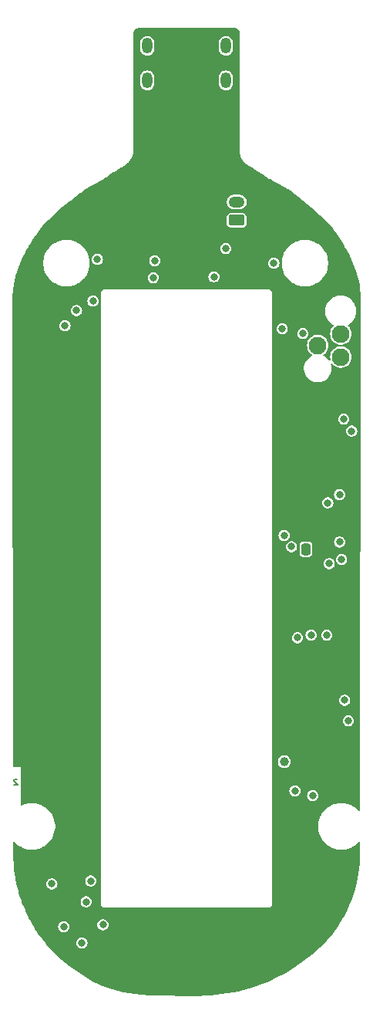
<source format=gbr>
%TF.GenerationSoftware,KiCad,Pcbnew,8.0.6*%
%TF.CreationDate,2024-11-04T21:33:25+05:30*%
%TF.ProjectId,Berrythe,42657272-7974-4686-952e-6b696361645f,rev?*%
%TF.SameCoordinates,Original*%
%TF.FileFunction,Copper,L2,Inr*%
%TF.FilePolarity,Positive*%
%FSLAX46Y46*%
G04 Gerber Fmt 4.6, Leading zero omitted, Abs format (unit mm)*
G04 Created by KiCad (PCBNEW 8.0.6) date 2024-11-04 21:33:25*
%MOMM*%
%LPD*%
G01*
G04 APERTURE LIST*
G04 Aperture macros list*
%AMRoundRect*
0 Rectangle with rounded corners*
0 $1 Rounding radius*
0 $2 $3 $4 $5 $6 $7 $8 $9 X,Y pos of 4 corners*
0 Add a 4 corners polygon primitive as box body*
4,1,4,$2,$3,$4,$5,$6,$7,$8,$9,$2,$3,0*
0 Add four circle primitives for the rounded corners*
1,1,$1+$1,$2,$3*
1,1,$1+$1,$4,$5*
1,1,$1+$1,$6,$7*
1,1,$1+$1,$8,$9*
0 Add four rect primitives between the rounded corners*
20,1,$1+$1,$2,$3,$4,$5,0*
20,1,$1+$1,$4,$5,$6,$7,0*
20,1,$1+$1,$6,$7,$8,$9,0*
20,1,$1+$1,$8,$9,$2,$3,0*%
G04 Aperture macros list end*
%ADD10C,0.150000*%
%TA.AperFunction,NonConductor*%
%ADD11C,0.150000*%
%TD*%
%TA.AperFunction,ComponentPad*%
%ADD12C,1.932000*%
%TD*%
%TA.AperFunction,ComponentPad*%
%ADD13C,2.500000*%
%TD*%
%TA.AperFunction,ComponentPad*%
%ADD14O,1.150000X1.750000*%
%TD*%
%TA.AperFunction,ComponentPad*%
%ADD15C,1.000000*%
%TD*%
%TA.AperFunction,ComponentPad*%
%ADD16RoundRect,0.250000X-0.250000X-0.400000X0.250000X-0.400000X0.250000X0.400000X-0.250000X0.400000X0*%
%TD*%
%TA.AperFunction,ComponentPad*%
%ADD17O,1.000000X1.300000*%
%TD*%
%TA.AperFunction,ComponentPad*%
%ADD18RoundRect,0.250000X0.625000X-0.350000X0.625000X0.350000X-0.625000X0.350000X-0.625000X-0.350000X0*%
%TD*%
%TA.AperFunction,ComponentPad*%
%ADD19O,1.750000X1.200000*%
%TD*%
%TA.AperFunction,ViaPad*%
%ADD20C,0.812800*%
%TD*%
G04 APERTURE END LIST*
D10*
D11*
X63387030Y-152875914D02*
X63358458Y-152847342D01*
X63358458Y-152847342D02*
X63301316Y-152818771D01*
X63301316Y-152818771D02*
X63158458Y-152818771D01*
X63158458Y-152818771D02*
X63101316Y-152847342D01*
X63101316Y-152847342D02*
X63072744Y-152875914D01*
X63072744Y-152875914D02*
X63044173Y-152933057D01*
X63044173Y-152933057D02*
X63044173Y-152990200D01*
X63044173Y-152990200D02*
X63072744Y-153075914D01*
X63072744Y-153075914D02*
X63415601Y-153418771D01*
X63415601Y-153418771D02*
X63044173Y-153418771D01*
D12*
%TO.N,GND*%
%TO.C,J4*%
X96400000Y-102700000D03*
%TO.N,/UART_TX*%
X98940000Y-103970000D03*
%TO.N,/SWCLK*%
X96400000Y-105240000D03*
%TO.N,/SWDIO*%
X98940000Y-106510000D03*
%TD*%
D13*
%TO.N,GND*%
%TO.C,TP1*%
X91100000Y-90200000D03*
%TD*%
D14*
%TO.N,unconnected-(J1-SHIELD-PadSH1)_1*%
%TO.C,J1*%
X86320000Y-76150000D03*
%TO.N,unconnected-(J1-SHIELD-PadSH1)_3*%
X77680000Y-76150000D03*
%TO.N,unconnected-(J1-SHIELD-PadSH1)_2*%
X86320000Y-72350000D03*
%TO.N,unconnected-(J1-SHIELD-PadSH1)*%
X77680000Y-72350000D03*
%TD*%
D15*
%TO.N,Net-(R28-Pad1)*%
%TO.C,SW1*%
X92730000Y-150900000D03*
%TO.N,GND*%
X95270000Y-150900000D03*
%TD*%
D16*
%TO.N,Net-(J2-Pin_1)*%
%TO.C,J3*%
X95100000Y-127600000D03*
D17*
%TO.N,GND*%
X96350000Y-127600000D03*
%TD*%
D18*
%TO.N,Net-(BT1--)*%
%TO.C,BT1*%
X87500000Y-91500000D03*
D19*
%TO.N,/VBAT_CHRG*%
X87500000Y-89500000D03*
%TD*%
D20*
%TO.N,/VBAT*%
X97661520Y-129161568D03*
X78343649Y-97788800D03*
X91578685Y-96213152D03*
X85000000Y-97700000D03*
X97500000Y-122499994D03*
%TO.N,GND*%
X98600000Y-125800000D03*
X80000000Y-74000000D03*
X87800000Y-85300000D03*
X65950000Y-133000000D03*
X70800000Y-88800000D03*
X76300000Y-92900000D03*
X98266318Y-118443439D03*
X100400000Y-110000000D03*
X80600000Y-90500000D03*
X94100000Y-113100000D03*
X85750000Y-96900000D03*
X82000000Y-78000000D03*
X63500000Y-160800000D03*
X77100000Y-92100000D03*
X98200000Y-116100000D03*
X72100000Y-101300000D03*
X83907191Y-89792143D03*
X97374999Y-140000000D03*
X70750000Y-142300000D03*
X69500000Y-169900000D03*
X76900000Y-167400000D03*
X97574999Y-141000000D03*
X78984000Y-97000000D03*
X93200000Y-119500000D03*
X72425228Y-92990401D03*
X99500257Y-145219202D03*
X96170367Y-142601158D03*
X82250000Y-82400000D03*
X87100000Y-80400000D03*
X71600000Y-92100000D03*
X69300000Y-93000000D03*
X100500000Y-127000000D03*
X79200000Y-93600000D03*
X70600000Y-93000000D03*
X92000000Y-152100000D03*
X91500000Y-173700000D03*
X82000000Y-73600000D03*
X84000000Y-74000000D03*
X66700000Y-163200000D03*
X85000000Y-75100000D03*
X78900000Y-88200000D03*
X100400000Y-153800000D03*
X91700000Y-94900000D03*
X70600000Y-117100000D03*
X64700000Y-118800000D03*
X74700000Y-95900000D03*
X94800000Y-99400000D03*
X77200000Y-77600000D03*
X97474999Y-139000000D03*
X76900000Y-87900000D03*
X71600000Y-165200000D03*
X91900000Y-100600000D03*
X94174999Y-139200000D03*
X89165125Y-94843962D03*
X72100000Y-139800000D03*
X96000000Y-91000000D03*
X85500000Y-91000000D03*
X91900000Y-127600000D03*
X91812800Y-115800000D03*
X72400642Y-91209600D03*
X82000000Y-79300000D03*
X79000000Y-75100000D03*
X83800000Y-91400000D03*
X70400000Y-173300000D03*
X70600000Y-91200000D03*
X69300000Y-102300000D03*
X64700000Y-109000000D03*
X89048788Y-96251576D03*
X94074999Y-140500000D03*
X70300000Y-105500000D03*
X95800000Y-139659467D03*
X72100000Y-118800000D03*
X72500000Y-167800000D03*
X76300000Y-91300000D03*
X100400000Y-99700000D03*
X98111200Y-128233136D03*
X90700000Y-167400000D03*
X78528284Y-92122077D03*
X97700000Y-94900000D03*
X85800000Y-83600000D03*
X100500000Y-147700000D03*
X100400000Y-161000000D03*
X94828435Y-154512638D03*
X93946700Y-106215217D03*
X63600000Y-150300000D03*
X63500000Y-101600000D03*
X90000000Y-169900000D03*
X83200000Y-171300000D03*
%TO.N,/3V3*%
X98800000Y-121600000D03*
X94772400Y-103927601D03*
%TO.N,/VUSB_SNS*%
X78496835Y-95934600D03*
X86300000Y-94600000D03*
%TO.N,/BLED*%
X95839372Y-154613970D03*
X70500000Y-170800000D03*
X94174999Y-137299996D03*
X72800000Y-168800000D03*
%TO.N,/GLED*%
X68500000Y-169000000D03*
X95674999Y-137000000D03*
X99350000Y-144150000D03*
X70968478Y-166275362D03*
%TO.N,/RLED*%
X67200000Y-164300000D03*
X97400000Y-137009602D03*
X71478685Y-163986848D03*
X99769898Y-146408214D03*
%TO.N,Net-(Q3-D)*%
X92700000Y-126068004D03*
X68638794Y-103071407D03*
X71711200Y-100361335D03*
X93900000Y-154100000D03*
X92500000Y-103400000D03*
%TO.N,Net-(U2-TEMP)*%
X72200000Y-95800000D03*
X69900000Y-101400000D03*
%TO.N,/SDA*%
X100125000Y-114625000D03*
X99010665Y-128705602D03*
%TO.N,/SCL*%
X99254812Y-113300000D03*
X98801590Y-126795801D03*
%TO.N,Net-(R28-Pad1)*%
X93514562Y-127314730D03*
%TD*%
%TA.AperFunction,Conductor*%
%TO.N,GND*%
G36*
X87257620Y-70406930D02*
G01*
X87287846Y-70407680D01*
X87292812Y-70407926D01*
X87316574Y-70409693D01*
X87321497Y-70410182D01*
X87345037Y-70413106D01*
X87349916Y-70413835D01*
X87373197Y-70417899D01*
X87378030Y-70418865D01*
X87401039Y-70424054D01*
X87405812Y-70425253D01*
X87428514Y-70431554D01*
X87433209Y-70432982D01*
X87455560Y-70440377D01*
X87460174Y-70442029D01*
X87482115Y-70450498D01*
X87486636Y-70452372D01*
X87508153Y-70461907D01*
X87512589Y-70464004D01*
X87533602Y-70474570D01*
X87537933Y-70476881D01*
X87555009Y-70486540D01*
X87558452Y-70488487D01*
X87562652Y-70491000D01*
X87582636Y-70503632D01*
X87586700Y-70506343D01*
X87596604Y-70513306D01*
X87606046Y-70519944D01*
X87610018Y-70522885D01*
X87628720Y-70537457D01*
X87632557Y-70540602D01*
X87650572Y-70556125D01*
X87654258Y-70559463D01*
X87671639Y-70576005D01*
X87675138Y-70579504D01*
X87691682Y-70596892D01*
X87694994Y-70600551D01*
X87700391Y-70606817D01*
X87710541Y-70618602D01*
X87713682Y-70622436D01*
X87728249Y-70641139D01*
X87731191Y-70645114D01*
X87744791Y-70664467D01*
X87747524Y-70668566D01*
X87756294Y-70682447D01*
X87760115Y-70688493D01*
X87762640Y-70692714D01*
X87774242Y-70713233D01*
X87776556Y-70717570D01*
X87787126Y-70738600D01*
X87789221Y-70743035D01*
X87798744Y-70764534D01*
X87800623Y-70769070D01*
X87809080Y-70790993D01*
X87810733Y-70795612D01*
X87818132Y-70817984D01*
X87819560Y-70822683D01*
X87825855Y-70845378D01*
X87827054Y-70850153D01*
X87832236Y-70873150D01*
X87833202Y-70877986D01*
X87837259Y-70901256D01*
X87837989Y-70906148D01*
X87840912Y-70929708D01*
X87841401Y-70934650D01*
X87843159Y-70958344D01*
X87843404Y-70963310D01*
X87844150Y-70993592D01*
X87844181Y-70996085D01*
X87842193Y-83937684D01*
X87841618Y-83948410D01*
X87841027Y-83953911D01*
X87841986Y-83994310D01*
X87840754Y-84008974D01*
X87840412Y-84014620D01*
X87841928Y-84036113D01*
X87842177Y-84043196D01*
X87842176Y-84051307D01*
X87842796Y-84056018D01*
X87842876Y-84081634D01*
X87842615Y-84083710D01*
X87842616Y-84083712D01*
X87843644Y-84091167D01*
X87844558Y-84102498D01*
X87844561Y-84102638D01*
X87845167Y-84106527D01*
X87846838Y-84114316D01*
X87847626Y-84120022D01*
X87848318Y-84126672D01*
X87850897Y-84163232D01*
X87852217Y-84169697D01*
X87851624Y-84169817D01*
X87855899Y-84198994D01*
X87855794Y-84201512D01*
X87855795Y-84201515D01*
X87862881Y-84233132D01*
X87864371Y-84241378D01*
X87868801Y-84273480D01*
X87868802Y-84273483D01*
X87870615Y-84277784D01*
X87878446Y-84313227D01*
X87878562Y-84316457D01*
X87878563Y-84316462D01*
X87888524Y-84348920D01*
X87890515Y-84356430D01*
X87897939Y-84389550D01*
X87898251Y-84390146D01*
X87898967Y-84391513D01*
X87908214Y-84421931D01*
X87908399Y-84421887D01*
X87909197Y-84425166D01*
X87909853Y-84427323D01*
X87909957Y-84428289D01*
X87909958Y-84428294D01*
X87922711Y-84461202D01*
X87925080Y-84468035D01*
X87935441Y-84501795D01*
X87935443Y-84501799D01*
X87935444Y-84501802D01*
X87935446Y-84501805D01*
X87935449Y-84501811D01*
X87935517Y-84501920D01*
X87935614Y-84502174D01*
X87938185Y-84507798D01*
X87937840Y-84507955D01*
X87946613Y-84530745D01*
X87947164Y-84530572D01*
X87949151Y-84536857D01*
X87964586Y-84569890D01*
X87967242Y-84576113D01*
X87976564Y-84600165D01*
X87980419Y-84610112D01*
X87983583Y-84615894D01*
X87982928Y-84616252D01*
X87992194Y-84636174D01*
X87993044Y-84635845D01*
X87995429Y-84641995D01*
X88013388Y-84674804D01*
X88016277Y-84680505D01*
X88020887Y-84690371D01*
X88032117Y-84714404D01*
X88035664Y-84719960D01*
X88034774Y-84720527D01*
X88044353Y-84738085D01*
X88045430Y-84737591D01*
X88048183Y-84743583D01*
X88068501Y-84775879D01*
X88071594Y-84781143D01*
X88089910Y-84814604D01*
X88093802Y-84819922D01*
X88092750Y-84820691D01*
X88102562Y-84836323D01*
X88103797Y-84835666D01*
X88106898Y-84841489D01*
X88129383Y-84872969D01*
X88132669Y-84877868D01*
X88153262Y-84910600D01*
X88157475Y-84915678D01*
X88156329Y-84916628D01*
X88166380Y-84930715D01*
X88167701Y-84929912D01*
X88171124Y-84935539D01*
X88195584Y-84965939D01*
X88199065Y-84970528D01*
X88221325Y-85001693D01*
X88221757Y-85002297D01*
X88226254Y-85007113D01*
X88225070Y-85008218D01*
X88235406Y-85021063D01*
X88236757Y-85020133D01*
X88240493Y-85025554D01*
X88240495Y-85025558D01*
X88240497Y-85025560D01*
X88266736Y-85054629D01*
X88270429Y-85058960D01*
X88294992Y-85089488D01*
X88294995Y-85089490D01*
X88299762Y-85094043D01*
X88298589Y-85095270D01*
X88309314Y-85107144D01*
X88310645Y-85106111D01*
X88314683Y-85111311D01*
X88314686Y-85111314D01*
X88314687Y-85111315D01*
X88342515Y-85138820D01*
X88346460Y-85142949D01*
X88372672Y-85171987D01*
X88377693Y-85176264D01*
X88376580Y-85177569D01*
X88387866Y-85188711D01*
X88389122Y-85187614D01*
X88393461Y-85192578D01*
X88422628Y-85218240D01*
X88426879Y-85222204D01*
X88454522Y-85249526D01*
X88454528Y-85249529D01*
X88459776Y-85253508D01*
X88458771Y-85254833D01*
X88470864Y-85265450D01*
X88471988Y-85264343D01*
X88476617Y-85269040D01*
X88506892Y-85292618D01*
X88511519Y-85296448D01*
X88522939Y-85306496D01*
X88540348Y-85321814D01*
X88545818Y-85325481D01*
X88544961Y-85326758D01*
X88558204Y-85337039D01*
X88559146Y-85335988D01*
X88564058Y-85340384D01*
X88595169Y-85361624D01*
X88600244Y-85365326D01*
X88629967Y-85388476D01*
X88629968Y-85388476D01*
X88629969Y-85388477D01*
X88635649Y-85391811D01*
X88634972Y-85392963D01*
X88649817Y-85403056D01*
X88650540Y-85402132D01*
X88655738Y-85406196D01*
X88676957Y-85418701D01*
X88687348Y-85424826D01*
X88692984Y-85428405D01*
X88723305Y-85449107D01*
X88723308Y-85449108D01*
X88726443Y-85450693D01*
X88737474Y-85455670D01*
X88778870Y-85478856D01*
X88779978Y-85479487D01*
X88784786Y-85482263D01*
X88785568Y-85482719D01*
X88820857Y-85503519D01*
X88823220Y-85504498D01*
X88833879Y-85509668D01*
X88945333Y-85572095D01*
X88968464Y-85585051D01*
X88970378Y-85586151D01*
X89156750Y-85695980D01*
X89158725Y-85697176D01*
X89470335Y-85891078D01*
X89551274Y-85941443D01*
X89553360Y-85942777D01*
X90176491Y-86352157D01*
X90362618Y-86474437D01*
X90362796Y-86474554D01*
X90707353Y-86701963D01*
X90716729Y-86708967D01*
X90717058Y-86709244D01*
X90759180Y-86736180D01*
X90760326Y-86736924D01*
X90801976Y-86764414D01*
X90801986Y-86764417D01*
X90802338Y-86764589D01*
X90812564Y-86770318D01*
X91086540Y-86945522D01*
X91095305Y-86952678D01*
X91095624Y-86952276D01*
X91100794Y-86956364D01*
X91100796Y-86956365D01*
X91100799Y-86956368D01*
X91140148Y-86979858D01*
X91142664Y-86981413D01*
X91178527Y-87004347D01*
X91181281Y-87006108D01*
X91187251Y-87008904D01*
X91187033Y-87009367D01*
X91197359Y-87014011D01*
X91434542Y-87155603D01*
X91442461Y-87160330D01*
X91452455Y-87167923D01*
X91452596Y-87167732D01*
X91457925Y-87171621D01*
X91469281Y-87177817D01*
X91496343Y-87192583D01*
X91499672Y-87194484D01*
X91537272Y-87216930D01*
X91537274Y-87216930D01*
X91537275Y-87216931D01*
X91543333Y-87219545D01*
X91543238Y-87219763D01*
X91554849Y-87224508D01*
X91567460Y-87231389D01*
X91613278Y-87256390D01*
X91623457Y-87263525D01*
X91623605Y-87263307D01*
X91629067Y-87266984D01*
X91629071Y-87266987D01*
X91668424Y-87286562D01*
X91671768Y-87288305D01*
X91710378Y-87309373D01*
X91710383Y-87309374D01*
X91716534Y-87311750D01*
X91716438Y-87311997D01*
X91728115Y-87316254D01*
X91771195Y-87337683D01*
X91780098Y-87342794D01*
X91780801Y-87343133D01*
X91780803Y-87343135D01*
X91826425Y-87365162D01*
X91827423Y-87365652D01*
X91873394Y-87388520D01*
X91882914Y-87392435D01*
X92057955Y-87476948D01*
X92060117Y-87478024D01*
X92272724Y-87587043D01*
X92274846Y-87588163D01*
X92477807Y-87698426D01*
X92479861Y-87699573D01*
X92646930Y-87795463D01*
X92674323Y-87811185D01*
X92676274Y-87812334D01*
X92863303Y-87925371D01*
X92865073Y-87926467D01*
X93042460Y-88038937D01*
X93043913Y-88039858D01*
X93046341Y-88041447D01*
X93127722Y-88096407D01*
X93395882Y-88277507D01*
X93398506Y-88279341D01*
X93733828Y-88521684D01*
X93735592Y-88522988D01*
X93957681Y-88690988D01*
X94067530Y-88774083D01*
X94068306Y-88774676D01*
X94223527Y-88894586D01*
X94749910Y-89301223D01*
X94750487Y-89301673D01*
X95097765Y-89574005D01*
X95302342Y-89734433D01*
X95316801Y-89745771D01*
X95318837Y-89747411D01*
X95731673Y-90088962D01*
X95869509Y-90202998D01*
X95871833Y-90204980D01*
X96406775Y-90675685D01*
X96408621Y-90677352D01*
X96665620Y-90915500D01*
X96666934Y-90916740D01*
X96905211Y-91146024D01*
X96919282Y-91159564D01*
X96920711Y-91160968D01*
X96936547Y-91176833D01*
X97166276Y-91406995D01*
X97167793Y-91408548D01*
X97180348Y-91421681D01*
X97361426Y-91611104D01*
X97405971Y-91657701D01*
X97407541Y-91659382D01*
X97547254Y-91812455D01*
X97637810Y-91911670D01*
X97639459Y-91913522D01*
X97861213Y-92168850D01*
X97862924Y-92170873D01*
X98075596Y-92429178D01*
X98077361Y-92431384D01*
X98280418Y-92692632D01*
X98282229Y-92695036D01*
X98374326Y-92821141D01*
X98475082Y-92959101D01*
X98476931Y-92961720D01*
X98659223Y-93228793D01*
X98661042Y-93231554D01*
X99144596Y-93992570D01*
X99146085Y-93994987D01*
X99218647Y-94116636D01*
X99375306Y-94379275D01*
X99376725Y-94381653D01*
X99377851Y-94383592D01*
X99379604Y-94386686D01*
X99601211Y-94777850D01*
X99602428Y-94780062D01*
X99815963Y-95180059D01*
X99817249Y-95182550D01*
X100019504Y-95588243D01*
X100020839Y-95591029D01*
X100210326Y-96002269D01*
X100211689Y-96005361D01*
X100387060Y-96422261D01*
X100388422Y-96425672D01*
X100548200Y-96848019D01*
X100549531Y-96851758D01*
X100692375Y-97279629D01*
X100693639Y-97283701D01*
X100818180Y-97717084D01*
X100819338Y-97721486D01*
X100870573Y-97935873D01*
X100911599Y-98107542D01*
X100924238Y-98160426D01*
X100925245Y-98165142D01*
X100945915Y-98274641D01*
X101009164Y-98609708D01*
X101009981Y-98614731D01*
X101071593Y-99065057D01*
X101072176Y-99070352D01*
X101110148Y-99526698D01*
X101110455Y-99532221D01*
X101123616Y-100001768D01*
X101123655Y-100004688D01*
X101067329Y-156217608D01*
X101048057Y-156276720D01*
X100997720Y-156313214D01*
X100935546Y-156313152D01*
X100895594Y-156288642D01*
X100702198Y-156095246D01*
X100702190Y-156095239D01*
X100478230Y-155916636D01*
X100478226Y-155916633D01*
X100406489Y-155871558D01*
X100235669Y-155764225D01*
X99977572Y-155639932D01*
X99707182Y-155545318D01*
X99707181Y-155545317D01*
X99707179Y-155545317D01*
X99427907Y-155481576D01*
X99427905Y-155481575D01*
X99427898Y-155481574D01*
X99427893Y-155481573D01*
X99427891Y-155481573D01*
X99143233Y-155449500D01*
X98856767Y-155449500D01*
X98572108Y-155481573D01*
X98572103Y-155481573D01*
X98572102Y-155481574D01*
X98572098Y-155481574D01*
X98572092Y-155481576D01*
X98292820Y-155545317D01*
X98157623Y-155592625D01*
X98022428Y-155639932D01*
X98022426Y-155639933D01*
X97764333Y-155764224D01*
X97521773Y-155916633D01*
X97521769Y-155916636D01*
X97297809Y-156095239D01*
X97297801Y-156095246D01*
X97095246Y-156297801D01*
X97095239Y-156297809D01*
X96916636Y-156521769D01*
X96916633Y-156521773D01*
X96764224Y-156764333D01*
X96639933Y-157022426D01*
X96545317Y-157292820D01*
X96481576Y-157572092D01*
X96481574Y-157572102D01*
X96449500Y-157856767D01*
X96449500Y-158143233D01*
X96481574Y-158427898D01*
X96545318Y-158707182D01*
X96639932Y-158977572D01*
X96764225Y-159235669D01*
X96871558Y-159406489D01*
X96916633Y-159478226D01*
X96916636Y-159478230D01*
X97082892Y-159686708D01*
X97095243Y-159702195D01*
X97297805Y-159904757D01*
X97521773Y-160083366D01*
X97764331Y-160235775D01*
X98022428Y-160360068D01*
X98292818Y-160454682D01*
X98572102Y-160518426D01*
X98856767Y-160550500D01*
X99143233Y-160550500D01*
X99427898Y-160518426D01*
X99707182Y-160454682D01*
X99977572Y-160360068D01*
X100235669Y-160235775D01*
X100478227Y-160083366D01*
X100702195Y-159904757D01*
X100892019Y-159714932D01*
X100947414Y-159686708D01*
X101008823Y-159696434D01*
X101052787Y-159740397D01*
X101063752Y-159786170D01*
X101062548Y-160989111D01*
X101062458Y-160993263D01*
X101016294Y-162084157D01*
X101015750Y-162091181D01*
X100896577Y-163147574D01*
X100895506Y-163154741D01*
X100703824Y-164182518D01*
X100702199Y-164189744D01*
X100438716Y-165188126D01*
X100436527Y-165195320D01*
X100101847Y-166163605D01*
X100099103Y-166170668D01*
X99693758Y-167108080D01*
X99690490Y-167114920D01*
X99214866Y-168020766D01*
X99211121Y-168027293D01*
X98665562Y-168900733D01*
X98661403Y-168906875D01*
X98046173Y-169747029D01*
X98041675Y-169752728D01*
X97357001Y-170558619D01*
X97352242Y-170563838D01*
X96598307Y-171334427D01*
X96593366Y-171339145D01*
X95770413Y-172073248D01*
X95765365Y-172077463D01*
X94873649Y-172773846D01*
X94868561Y-172777569D01*
X93908365Y-173434941D01*
X93903293Y-173438194D01*
X92874970Y-174055207D01*
X92869964Y-174058020D01*
X91771574Y-174634525D01*
X91767616Y-174636493D01*
X91182822Y-174911372D01*
X91179755Y-174912751D01*
X90593892Y-175164580D01*
X90590739Y-175165873D01*
X90005445Y-175394298D01*
X90002230Y-175395490D01*
X89416638Y-175601326D01*
X89413386Y-175602407D01*
X88826624Y-175786452D01*
X88823361Y-175787415D01*
X88234511Y-175950463D01*
X88231266Y-175951304D01*
X87639403Y-176094135D01*
X87636202Y-176094852D01*
X87040486Y-176218209D01*
X87037356Y-176218806D01*
X86436797Y-176323450D01*
X86433762Y-176323931D01*
X85827595Y-176410568D01*
X85824677Y-176410942D01*
X85211909Y-176480308D01*
X85209126Y-176480583D01*
X84589073Y-176533366D01*
X84586440Y-176533556D01*
X83958073Y-176570474D01*
X83955673Y-176570585D01*
X83318265Y-176592332D01*
X83316010Y-176592384D01*
X82668798Y-176599659D01*
X82666674Y-176599660D01*
X82005329Y-176593132D01*
X82004820Y-176593126D01*
X79485277Y-176555514D01*
X79483498Y-176555471D01*
X78206944Y-176513818D01*
X78203556Y-176513651D01*
X76933068Y-176429236D01*
X76929451Y-176428930D01*
X76472338Y-176381947D01*
X76307099Y-176364964D01*
X76304098Y-176364609D01*
X76219331Y-176353306D01*
X75687321Y-176282363D01*
X75683839Y-176281837D01*
X75077047Y-176179193D01*
X75073083Y-176178440D01*
X74478183Y-176053083D01*
X74473732Y-176052039D01*
X73892556Y-175901699D01*
X73887625Y-175900289D01*
X73321875Y-175722728D01*
X73316493Y-175720869D01*
X72767817Y-175513891D01*
X72762033Y-175511502D01*
X72227566Y-175270935D01*
X72223111Y-175268796D01*
X71672711Y-174987780D01*
X71669806Y-174986237D01*
X71132174Y-174689188D01*
X71129293Y-174687533D01*
X70608403Y-174376851D01*
X70605551Y-174375085D01*
X70101347Y-174051093D01*
X70098532Y-174049217D01*
X69611089Y-173712314D01*
X69608318Y-173710328D01*
X69137703Y-173360910D01*
X69134981Y-173358816D01*
X68935452Y-173199825D01*
X68681186Y-172997218D01*
X68678538Y-172995032D01*
X68241657Y-172621665D01*
X68239053Y-172619361D01*
X67819137Y-172234604D01*
X67816602Y-172232199D01*
X67555921Y-171976132D01*
X67413675Y-171836404D01*
X67411221Y-171833908D01*
X67025339Y-171427447D01*
X67022958Y-171424850D01*
X66654131Y-171008046D01*
X66651836Y-171005358D01*
X66603808Y-170947079D01*
X66482595Y-170799996D01*
X69885419Y-170799996D01*
X69885419Y-170800003D01*
X69903276Y-170947073D01*
X69903277Y-170947075D01*
X69903277Y-170947076D01*
X69903278Y-170947079D01*
X69926400Y-171008046D01*
X69955816Y-171085610D01*
X69955816Y-171085611D01*
X70039979Y-171207542D01*
X70039980Y-171207543D01*
X70150878Y-171305790D01*
X70282063Y-171374641D01*
X70282064Y-171374641D01*
X70282067Y-171374643D01*
X70425920Y-171410100D01*
X70425924Y-171410100D01*
X70574076Y-171410100D01*
X70574080Y-171410100D01*
X70717933Y-171374643D01*
X70849122Y-171305790D01*
X70960020Y-171207543D01*
X71044184Y-171085610D01*
X71096722Y-170947079D01*
X71114581Y-170800000D01*
X71096722Y-170652921D01*
X71044184Y-170514390D01*
X70960020Y-170392457D01*
X70960016Y-170392453D01*
X70849121Y-170294209D01*
X70717935Y-170225358D01*
X70717937Y-170225358D01*
X70574080Y-170189900D01*
X70425920Y-170189900D01*
X70425919Y-170189900D01*
X70282063Y-170225358D01*
X70150878Y-170294209D01*
X70039983Y-170392453D01*
X70039979Y-170392457D01*
X69955816Y-170514388D01*
X69955816Y-170514389D01*
X69903277Y-170652924D01*
X69903276Y-170652926D01*
X69885419Y-170799996D01*
X66482595Y-170799996D01*
X66300190Y-170578660D01*
X66297988Y-170575889D01*
X66157369Y-170392457D01*
X65963517Y-170139586D01*
X65961413Y-170136739D01*
X65683929Y-169747029D01*
X65644189Y-169691216D01*
X65642184Y-169688291D01*
X65590572Y-169610099D01*
X65342282Y-169233937D01*
X65340380Y-169230941D01*
X65332905Y-169218696D01*
X65199405Y-168999996D01*
X67885419Y-168999996D01*
X67885419Y-169000003D01*
X67903276Y-169147073D01*
X67903277Y-169147075D01*
X67903277Y-169147076D01*
X67903278Y-169147079D01*
X67926209Y-169207542D01*
X67955816Y-169285610D01*
X67955816Y-169285611D01*
X68030055Y-169393164D01*
X68039980Y-169407543D01*
X68150878Y-169505790D01*
X68282063Y-169574641D01*
X68282064Y-169574641D01*
X68282067Y-169574643D01*
X68425920Y-169610100D01*
X68425924Y-169610100D01*
X68574076Y-169610100D01*
X68574080Y-169610100D01*
X68717933Y-169574643D01*
X68849122Y-169505790D01*
X68960020Y-169407543D01*
X69044184Y-169285610D01*
X69096722Y-169147079D01*
X69114581Y-169000000D01*
X69108155Y-168947079D01*
X69096723Y-168852926D01*
X69096722Y-168852924D01*
X69096722Y-168852921D01*
X69076650Y-168799996D01*
X72185419Y-168799996D01*
X72185419Y-168800003D01*
X72203276Y-168947073D01*
X72203277Y-168947075D01*
X72203277Y-168947076D01*
X72203278Y-168947079D01*
X72255816Y-169085610D01*
X72255816Y-169085611D01*
X72339979Y-169207542D01*
X72339983Y-169207546D01*
X72428099Y-169285610D01*
X72450878Y-169305790D01*
X72582063Y-169374641D01*
X72582064Y-169374641D01*
X72582067Y-169374643D01*
X72725920Y-169410100D01*
X72725924Y-169410100D01*
X72874076Y-169410100D01*
X72874080Y-169410100D01*
X73017933Y-169374643D01*
X73149122Y-169305790D01*
X73260020Y-169207543D01*
X73344184Y-169085610D01*
X73396722Y-168947079D01*
X73402350Y-168900733D01*
X73414581Y-168800003D01*
X73414581Y-168799996D01*
X73396723Y-168652926D01*
X73396722Y-168652924D01*
X73396722Y-168652921D01*
X73344184Y-168514390D01*
X73260020Y-168392457D01*
X73260016Y-168392453D01*
X73149121Y-168294209D01*
X73017935Y-168225358D01*
X73017937Y-168225358D01*
X72874080Y-168189900D01*
X72725920Y-168189900D01*
X72725919Y-168189900D01*
X72582063Y-168225358D01*
X72450878Y-168294209D01*
X72339983Y-168392453D01*
X72339979Y-168392457D01*
X72255816Y-168514388D01*
X72255816Y-168514389D01*
X72203277Y-168652924D01*
X72203276Y-168652926D01*
X72185419Y-168799996D01*
X69076650Y-168799996D01*
X69044184Y-168714390D01*
X68987049Y-168631616D01*
X68960020Y-168592457D01*
X68960016Y-168592453D01*
X68849121Y-168494209D01*
X68717935Y-168425358D01*
X68717937Y-168425358D01*
X68574080Y-168389900D01*
X68425920Y-168389900D01*
X68425919Y-168389900D01*
X68282063Y-168425358D01*
X68150878Y-168494209D01*
X68039983Y-168592453D01*
X68039979Y-168592457D01*
X67955816Y-168714388D01*
X67955816Y-168714389D01*
X67903277Y-168852924D01*
X67903276Y-168852926D01*
X67885419Y-168999996D01*
X65199405Y-168999996D01*
X65057845Y-168768093D01*
X65056045Y-168765024D01*
X64980952Y-168631616D01*
X64790919Y-168294007D01*
X64789239Y-168290895D01*
X64755342Y-168225357D01*
X64541604Y-167812102D01*
X64540030Y-167808922D01*
X64392813Y-167497816D01*
X64309932Y-167322670D01*
X64308479Y-167319451D01*
X64249461Y-167182426D01*
X64096035Y-166826206D01*
X64094692Y-166822931D01*
X63992647Y-166560973D01*
X63899899Y-166322882D01*
X63898678Y-166319574D01*
X63883221Y-166275358D01*
X70353897Y-166275358D01*
X70353897Y-166275365D01*
X70371754Y-166422435D01*
X70371755Y-166422437D01*
X70371755Y-166422438D01*
X70371756Y-166422441D01*
X70400472Y-166498159D01*
X70424294Y-166560972D01*
X70424294Y-166560973D01*
X70508457Y-166682904D01*
X70508458Y-166682905D01*
X70619356Y-166781152D01*
X70750541Y-166850003D01*
X70750542Y-166850003D01*
X70750545Y-166850005D01*
X70894398Y-166885462D01*
X70894402Y-166885462D01*
X71042554Y-166885462D01*
X71042558Y-166885462D01*
X71186411Y-166850005D01*
X71317600Y-166781152D01*
X71428498Y-166682905D01*
X71512662Y-166560972D01*
X71565200Y-166422441D01*
X71577288Y-166322892D01*
X71583059Y-166275365D01*
X71583059Y-166275358D01*
X71565201Y-166128288D01*
X71565200Y-166128286D01*
X71565200Y-166128283D01*
X71512662Y-165989752D01*
X71428498Y-165867819D01*
X71428494Y-165867815D01*
X71317599Y-165769571D01*
X71186413Y-165700720D01*
X71186415Y-165700720D01*
X71042558Y-165665262D01*
X70894398Y-165665262D01*
X70894397Y-165665262D01*
X70750541Y-165700720D01*
X70619356Y-165769571D01*
X70508461Y-165867815D01*
X70508457Y-165867819D01*
X70424294Y-165989750D01*
X70424294Y-165989751D01*
X70371755Y-166128286D01*
X70371754Y-166128288D01*
X70353897Y-166275358D01*
X63883221Y-166275358D01*
X63846622Y-166170668D01*
X63721672Y-165813247D01*
X63720585Y-165809956D01*
X63561385Y-165297555D01*
X63560404Y-165294190D01*
X63485675Y-165020200D01*
X63419121Y-164776184D01*
X63418276Y-164772857D01*
X63306857Y-164299996D01*
X66585419Y-164299996D01*
X66585419Y-164300003D01*
X66603276Y-164447073D01*
X66603277Y-164447075D01*
X66603277Y-164447076D01*
X66603278Y-164447079D01*
X66646668Y-164561489D01*
X66655816Y-164585610D01*
X66655816Y-164585611D01*
X66739979Y-164707542D01*
X66739980Y-164707543D01*
X66850878Y-164805790D01*
X66982063Y-164874641D01*
X66982064Y-164874641D01*
X66982067Y-164874643D01*
X67125920Y-164910100D01*
X67125924Y-164910100D01*
X67274076Y-164910100D01*
X67274080Y-164910100D01*
X67417933Y-164874643D01*
X67549122Y-164805790D01*
X67660020Y-164707543D01*
X67744184Y-164585610D01*
X67796722Y-164447079D01*
X67796723Y-164447073D01*
X67814581Y-164300003D01*
X67814581Y-164299996D01*
X67796723Y-164152926D01*
X67796722Y-164152924D01*
X67796722Y-164152921D01*
X67744184Y-164014390D01*
X67725175Y-163986851D01*
X67725170Y-163986844D01*
X70864104Y-163986844D01*
X70864104Y-163986851D01*
X70881961Y-164133921D01*
X70881962Y-164133923D01*
X70881962Y-164133924D01*
X70881963Y-164133927D01*
X70901773Y-164186162D01*
X70934501Y-164272458D01*
X70934501Y-164272459D01*
X71018664Y-164394390D01*
X71018668Y-164394394D01*
X71129563Y-164492638D01*
X71260748Y-164561489D01*
X71260749Y-164561489D01*
X71260752Y-164561491D01*
X71404605Y-164596948D01*
X71404609Y-164596948D01*
X71552761Y-164596948D01*
X71552765Y-164596948D01*
X71696618Y-164561491D01*
X71827807Y-164492638D01*
X71938705Y-164394391D01*
X72022869Y-164272458D01*
X72075407Y-164133927D01*
X72093266Y-163986848D01*
X72081804Y-163892453D01*
X72075408Y-163839774D01*
X72075407Y-163839772D01*
X72075407Y-163839769D01*
X72022869Y-163701238D01*
X71938705Y-163579305D01*
X71938701Y-163579301D01*
X71827806Y-163481057D01*
X71696620Y-163412206D01*
X71696622Y-163412206D01*
X71552765Y-163376748D01*
X71404605Y-163376748D01*
X71404604Y-163376748D01*
X71260748Y-163412206D01*
X71129563Y-163481057D01*
X71018668Y-163579301D01*
X71018664Y-163579305D01*
X70934501Y-163701236D01*
X70934501Y-163701237D01*
X70881962Y-163839772D01*
X70881961Y-163839774D01*
X70864104Y-163986844D01*
X67725170Y-163986844D01*
X67660020Y-163892457D01*
X67660016Y-163892453D01*
X67549121Y-163794209D01*
X67417935Y-163725358D01*
X67417937Y-163725358D01*
X67274080Y-163689900D01*
X67125920Y-163689900D01*
X67125919Y-163689900D01*
X66982063Y-163725358D01*
X66850878Y-163794209D01*
X66739983Y-163892453D01*
X66739979Y-163892457D01*
X66655816Y-164014388D01*
X66655816Y-164014389D01*
X66655816Y-164014390D01*
X66610482Y-164133927D01*
X66603277Y-164152924D01*
X66603276Y-164152926D01*
X66585419Y-164299996D01*
X63306857Y-164299996D01*
X63294958Y-164249496D01*
X63294233Y-164246157D01*
X63188980Y-163717888D01*
X63188363Y-163714480D01*
X63184344Y-163689900D01*
X63101259Y-163181691D01*
X63100759Y-163178260D01*
X63049965Y-162782298D01*
X63031873Y-162641266D01*
X63031495Y-162637858D01*
X62980905Y-162096965D01*
X62980649Y-162093600D01*
X62948446Y-161549269D01*
X62948303Y-161545858D01*
X62936168Y-161062207D01*
X62934503Y-160995870D01*
X62934473Y-160993589D01*
X62933379Y-159783291D01*
X62952538Y-159724143D01*
X63002805Y-159687553D01*
X63064980Y-159687497D01*
X63105114Y-159712066D01*
X63297805Y-159904757D01*
X63521773Y-160083366D01*
X63764331Y-160235775D01*
X64022428Y-160360068D01*
X64292818Y-160454682D01*
X64572102Y-160518426D01*
X64856767Y-160550500D01*
X65143233Y-160550500D01*
X65427898Y-160518426D01*
X65707182Y-160454682D01*
X65977572Y-160360068D01*
X66235669Y-160235775D01*
X66478227Y-160083366D01*
X66702195Y-159904757D01*
X66904757Y-159702195D01*
X67083366Y-159478227D01*
X67235775Y-159235669D01*
X67360068Y-158977572D01*
X67454682Y-158707182D01*
X67518426Y-158427898D01*
X67550500Y-158143233D01*
X67550500Y-157856767D01*
X67518426Y-157572102D01*
X67454682Y-157292818D01*
X67360068Y-157022428D01*
X67235775Y-156764331D01*
X67083366Y-156521773D01*
X66904757Y-156297805D01*
X66702195Y-156095243D01*
X66702190Y-156095239D01*
X66478230Y-155916636D01*
X66478226Y-155916633D01*
X66406489Y-155871558D01*
X66235669Y-155764225D01*
X65977572Y-155639932D01*
X65707182Y-155545318D01*
X65707181Y-155545317D01*
X65707179Y-155545317D01*
X65427907Y-155481576D01*
X65427905Y-155481575D01*
X65427898Y-155481574D01*
X65427893Y-155481573D01*
X65427891Y-155481573D01*
X65143233Y-155449500D01*
X64856767Y-155449500D01*
X64572108Y-155481573D01*
X64572103Y-155481573D01*
X64572102Y-155481574D01*
X64572098Y-155481574D01*
X64572092Y-155481576D01*
X64292820Y-155545317D01*
X64157623Y-155592625D01*
X64022428Y-155639932D01*
X64022426Y-155639933D01*
X64022420Y-155639935D01*
X63894248Y-155701660D01*
X63832637Y-155710005D01*
X63777887Y-155680543D01*
X63750910Y-155624526D01*
X63750000Y-155611022D01*
X63750000Y-151500000D01*
X63026399Y-151500000D01*
X62967268Y-151480787D01*
X62930723Y-151430487D01*
X62925799Y-151399491D01*
X62882097Y-103071403D01*
X68024213Y-103071403D01*
X68024213Y-103071410D01*
X68042070Y-103218480D01*
X68042071Y-103218482D01*
X68042071Y-103218483D01*
X68042072Y-103218486D01*
X68079624Y-103317501D01*
X68094610Y-103357017D01*
X68094610Y-103357018D01*
X68178773Y-103478949D01*
X68178777Y-103478953D01*
X68254054Y-103545642D01*
X68289672Y-103577197D01*
X68420857Y-103646048D01*
X68420858Y-103646048D01*
X68420861Y-103646050D01*
X68564714Y-103681507D01*
X68564718Y-103681507D01*
X68712870Y-103681507D01*
X68712874Y-103681507D01*
X68856727Y-103646050D01*
X68987916Y-103577197D01*
X69098814Y-103478950D01*
X69182978Y-103357017D01*
X69235516Y-103218486D01*
X69253375Y-103071407D01*
X69248057Y-103027613D01*
X69235517Y-102924333D01*
X69235516Y-102924331D01*
X69235516Y-102924328D01*
X69182978Y-102785797D01*
X69162458Y-102756069D01*
X69098814Y-102663864D01*
X69098810Y-102663860D01*
X68987915Y-102565616D01*
X68856729Y-102496765D01*
X68856731Y-102496765D01*
X68712874Y-102461307D01*
X68564714Y-102461307D01*
X68564713Y-102461307D01*
X68420857Y-102496765D01*
X68289672Y-102565616D01*
X68178777Y-102663860D01*
X68178773Y-102663864D01*
X68094610Y-102785795D01*
X68094610Y-102785796D01*
X68042071Y-102924331D01*
X68042070Y-102924333D01*
X68024213Y-103071403D01*
X62882097Y-103071403D01*
X62880586Y-101399996D01*
X69285419Y-101399996D01*
X69285419Y-101400003D01*
X69303276Y-101547073D01*
X69303277Y-101547075D01*
X69303277Y-101547076D01*
X69303278Y-101547079D01*
X69355816Y-101685610D01*
X69355816Y-101685611D01*
X69437337Y-101803714D01*
X69439980Y-101807543D01*
X69550878Y-101905790D01*
X69682063Y-101974641D01*
X69682064Y-101974641D01*
X69682067Y-101974643D01*
X69825920Y-102010100D01*
X69825924Y-102010100D01*
X69974076Y-102010100D01*
X69974080Y-102010100D01*
X70117933Y-101974643D01*
X70249122Y-101905790D01*
X70360020Y-101807543D01*
X70444184Y-101685610D01*
X70496722Y-101547079D01*
X70514581Y-101400000D01*
X70509496Y-101358124D01*
X70496723Y-101252926D01*
X70496722Y-101252924D01*
X70496722Y-101252921D01*
X70444184Y-101114390D01*
X70360020Y-100992457D01*
X70360016Y-100992453D01*
X70249121Y-100894209D01*
X70117935Y-100825358D01*
X70117937Y-100825358D01*
X69974080Y-100789900D01*
X69825920Y-100789900D01*
X69825919Y-100789900D01*
X69682063Y-100825358D01*
X69550878Y-100894209D01*
X69439983Y-100992453D01*
X69439979Y-100992457D01*
X69355816Y-101114388D01*
X69355816Y-101114389D01*
X69303277Y-101252924D01*
X69303276Y-101252926D01*
X69285419Y-101399996D01*
X62880586Y-101399996D01*
X62879647Y-100361331D01*
X71096619Y-100361331D01*
X71096619Y-100361338D01*
X71114476Y-100508408D01*
X71114477Y-100508410D01*
X71114477Y-100508411D01*
X71114478Y-100508414D01*
X71167016Y-100646945D01*
X71167016Y-100646946D01*
X71251179Y-100768877D01*
X71251183Y-100768881D01*
X71314933Y-100825358D01*
X71362078Y-100867125D01*
X71493263Y-100935976D01*
X71493264Y-100935976D01*
X71493267Y-100935978D01*
X71637120Y-100971435D01*
X71637124Y-100971435D01*
X71785276Y-100971435D01*
X71785280Y-100971435D01*
X71929133Y-100935978D01*
X72060322Y-100867125D01*
X72171220Y-100768878D01*
X72255384Y-100646945D01*
X72307922Y-100508414D01*
X72325781Y-100361335D01*
X72323451Y-100342148D01*
X72307923Y-100214261D01*
X72307922Y-100214259D01*
X72307922Y-100214256D01*
X72255384Y-100075725D01*
X72236049Y-100047714D01*
X72171220Y-99953792D01*
X72171216Y-99953788D01*
X72060321Y-99855544D01*
X71929135Y-99786693D01*
X71929137Y-99786693D01*
X71785280Y-99751235D01*
X71637120Y-99751235D01*
X71637119Y-99751235D01*
X71493263Y-99786693D01*
X71362078Y-99855544D01*
X71251183Y-99953788D01*
X71251179Y-99953792D01*
X71167016Y-100075723D01*
X71167016Y-100075724D01*
X71114477Y-100214259D01*
X71114476Y-100214261D01*
X71096619Y-100361331D01*
X62879647Y-100361331D01*
X62879325Y-100005528D01*
X62879362Y-100002742D01*
X62879389Y-100001768D01*
X62892055Y-99532484D01*
X62892356Y-99526971D01*
X62898973Y-99446428D01*
X72593100Y-99446428D01*
X72593100Y-166553571D01*
X72620831Y-166657060D01*
X72674397Y-166749839D01*
X72674399Y-166749842D01*
X72750158Y-166825601D01*
X72750160Y-166825602D01*
X72842939Y-166879168D01*
X72842943Y-166879170D01*
X72946431Y-166906900D01*
X91053569Y-166906900D01*
X91157057Y-166879170D01*
X91249842Y-166825601D01*
X91325601Y-166749842D01*
X91379170Y-166657057D01*
X91406900Y-166553569D01*
X91406900Y-154099996D01*
X93285419Y-154099996D01*
X93285419Y-154100003D01*
X93303276Y-154247073D01*
X93303277Y-154247075D01*
X93303277Y-154247076D01*
X93303278Y-154247079D01*
X93334103Y-154328358D01*
X93355816Y-154385610D01*
X93355816Y-154385611D01*
X93411920Y-154466891D01*
X93439980Y-154507543D01*
X93550878Y-154605790D01*
X93682063Y-154674641D01*
X93682064Y-154674641D01*
X93682067Y-154674643D01*
X93825920Y-154710100D01*
X93825924Y-154710100D01*
X93974076Y-154710100D01*
X93974080Y-154710100D01*
X94117933Y-154674643D01*
X94233544Y-154613966D01*
X95224791Y-154613966D01*
X95224791Y-154613973D01*
X95242648Y-154761043D01*
X95242649Y-154761045D01*
X95242649Y-154761046D01*
X95242650Y-154761049D01*
X95295188Y-154899580D01*
X95295188Y-154899581D01*
X95379351Y-155021512D01*
X95379352Y-155021513D01*
X95490250Y-155119760D01*
X95621435Y-155188611D01*
X95621436Y-155188611D01*
X95621439Y-155188613D01*
X95765292Y-155224070D01*
X95765296Y-155224070D01*
X95913448Y-155224070D01*
X95913452Y-155224070D01*
X96057305Y-155188613D01*
X96188494Y-155119760D01*
X96299392Y-155021513D01*
X96383556Y-154899580D01*
X96436094Y-154761049D01*
X96436095Y-154761043D01*
X96453953Y-154613973D01*
X96453953Y-154613966D01*
X96436095Y-154466896D01*
X96436094Y-154466894D01*
X96436094Y-154466891D01*
X96383556Y-154328360D01*
X96299392Y-154206427D01*
X96299388Y-154206423D01*
X96188493Y-154108179D01*
X96057307Y-154039328D01*
X96057309Y-154039328D01*
X95913452Y-154003870D01*
X95765292Y-154003870D01*
X95765291Y-154003870D01*
X95621435Y-154039328D01*
X95490250Y-154108179D01*
X95379355Y-154206423D01*
X95379351Y-154206427D01*
X95295188Y-154328358D01*
X95295188Y-154328359D01*
X95242649Y-154466894D01*
X95242648Y-154466896D01*
X95224791Y-154613966D01*
X94233544Y-154613966D01*
X94249122Y-154605790D01*
X94360020Y-154507543D01*
X94444184Y-154385610D01*
X94496722Y-154247079D01*
X94514581Y-154100000D01*
X94502908Y-154003870D01*
X94496723Y-153952926D01*
X94496722Y-153952924D01*
X94496722Y-153952921D01*
X94444184Y-153814390D01*
X94360020Y-153692457D01*
X94360016Y-153692453D01*
X94249121Y-153594209D01*
X94117935Y-153525358D01*
X94117937Y-153525358D01*
X93974080Y-153489900D01*
X93825920Y-153489900D01*
X93825919Y-153489900D01*
X93682063Y-153525358D01*
X93550878Y-153594209D01*
X93439983Y-153692453D01*
X93439979Y-153692457D01*
X93355816Y-153814388D01*
X93355816Y-153814389D01*
X93303277Y-153952924D01*
X93303276Y-153952926D01*
X93285419Y-154099996D01*
X91406900Y-154099996D01*
X91406900Y-150900000D01*
X92021132Y-150900000D01*
X92041730Y-151069642D01*
X92102329Y-151229427D01*
X92102329Y-151229428D01*
X92199404Y-151370065D01*
X92199408Y-151370069D01*
X92327314Y-151483385D01*
X92327315Y-151483386D01*
X92327317Y-151483387D01*
X92478628Y-151562801D01*
X92478629Y-151562801D01*
X92478632Y-151562803D01*
X92644555Y-151603700D01*
X92644559Y-151603700D01*
X92815441Y-151603700D01*
X92815445Y-151603700D01*
X92981368Y-151562803D01*
X93132683Y-151483387D01*
X93260595Y-151370066D01*
X93357671Y-151229427D01*
X93418270Y-151069643D01*
X93438868Y-150900000D01*
X93418270Y-150730357D01*
X93357671Y-150570573D01*
X93260595Y-150429934D01*
X93260591Y-150429930D01*
X93132685Y-150316614D01*
X93132684Y-150316613D01*
X92981370Y-150237198D01*
X92981372Y-150237198D01*
X92815445Y-150196300D01*
X92644555Y-150196300D01*
X92644554Y-150196300D01*
X92478628Y-150237198D01*
X92327315Y-150316613D01*
X92327314Y-150316614D01*
X92199408Y-150429930D01*
X92199404Y-150429934D01*
X92102329Y-150570571D01*
X92102329Y-150570572D01*
X92041730Y-150730357D01*
X92021132Y-150900000D01*
X91406900Y-150900000D01*
X91406900Y-146408210D01*
X99155317Y-146408210D01*
X99155317Y-146408217D01*
X99173174Y-146555287D01*
X99173175Y-146555289D01*
X99173175Y-146555290D01*
X99173176Y-146555293D01*
X99225714Y-146693824D01*
X99225714Y-146693825D01*
X99309877Y-146815756D01*
X99309878Y-146815757D01*
X99420776Y-146914004D01*
X99551961Y-146982855D01*
X99551962Y-146982855D01*
X99551965Y-146982857D01*
X99695818Y-147018314D01*
X99695822Y-147018314D01*
X99843974Y-147018314D01*
X99843978Y-147018314D01*
X99987831Y-146982857D01*
X100119020Y-146914004D01*
X100229918Y-146815757D01*
X100314082Y-146693824D01*
X100366620Y-146555293D01*
X100384479Y-146408214D01*
X100366620Y-146261135D01*
X100314082Y-146122604D01*
X100229918Y-146000671D01*
X100229914Y-146000667D01*
X100119019Y-145902423D01*
X99987833Y-145833572D01*
X99987835Y-145833572D01*
X99843978Y-145798114D01*
X99695818Y-145798114D01*
X99695817Y-145798114D01*
X99551961Y-145833572D01*
X99420776Y-145902423D01*
X99309881Y-146000667D01*
X99309877Y-146000671D01*
X99225714Y-146122602D01*
X99225714Y-146122603D01*
X99173175Y-146261138D01*
X99173174Y-146261140D01*
X99155317Y-146408210D01*
X91406900Y-146408210D01*
X91406900Y-144149996D01*
X98735419Y-144149996D01*
X98735419Y-144150003D01*
X98753276Y-144297073D01*
X98753277Y-144297075D01*
X98753277Y-144297076D01*
X98753278Y-144297079D01*
X98805816Y-144435610D01*
X98805816Y-144435611D01*
X98889979Y-144557542D01*
X98889980Y-144557543D01*
X99000878Y-144655790D01*
X99132063Y-144724641D01*
X99132064Y-144724641D01*
X99132067Y-144724643D01*
X99275920Y-144760100D01*
X99275924Y-144760100D01*
X99424076Y-144760100D01*
X99424080Y-144760100D01*
X99567933Y-144724643D01*
X99699122Y-144655790D01*
X99810020Y-144557543D01*
X99894184Y-144435610D01*
X99946722Y-144297079D01*
X99964581Y-144150000D01*
X99946722Y-144002921D01*
X99894184Y-143864390D01*
X99810020Y-143742457D01*
X99810016Y-143742453D01*
X99699121Y-143644209D01*
X99567935Y-143575358D01*
X99567937Y-143575358D01*
X99424080Y-143539900D01*
X99275920Y-143539900D01*
X99275919Y-143539900D01*
X99132063Y-143575358D01*
X99000878Y-143644209D01*
X98889983Y-143742453D01*
X98889979Y-143742457D01*
X98805816Y-143864388D01*
X98805816Y-143864389D01*
X98753277Y-144002924D01*
X98753276Y-144002926D01*
X98735419Y-144149996D01*
X91406900Y-144149996D01*
X91406900Y-137299992D01*
X93560418Y-137299992D01*
X93560418Y-137299999D01*
X93578275Y-137447069D01*
X93578276Y-137447071D01*
X93578276Y-137447072D01*
X93578277Y-137447075D01*
X93626657Y-137574641D01*
X93630815Y-137585606D01*
X93630815Y-137585607D01*
X93714978Y-137707538D01*
X93714979Y-137707539D01*
X93825877Y-137805786D01*
X93957062Y-137874637D01*
X93957063Y-137874637D01*
X93957066Y-137874639D01*
X94100919Y-137910096D01*
X94100923Y-137910096D01*
X94249075Y-137910096D01*
X94249079Y-137910096D01*
X94392932Y-137874639D01*
X94524121Y-137805786D01*
X94635019Y-137707539D01*
X94719183Y-137585606D01*
X94771721Y-137447075D01*
X94775355Y-137417148D01*
X94789580Y-137299999D01*
X94789580Y-137299992D01*
X94771722Y-137152922D01*
X94771721Y-137152920D01*
X94771721Y-137152917D01*
X94719183Y-137014386D01*
X94709250Y-136999996D01*
X95060418Y-136999996D01*
X95060418Y-137000003D01*
X95078275Y-137147073D01*
X95078276Y-137147075D01*
X95078276Y-137147076D01*
X95078277Y-137147079D01*
X95081919Y-137156681D01*
X95130815Y-137285610D01*
X95130815Y-137285611D01*
X95214978Y-137407542D01*
X95214982Y-137407546D01*
X95259597Y-137447071D01*
X95325877Y-137505790D01*
X95457062Y-137574641D01*
X95457063Y-137574641D01*
X95457066Y-137574643D01*
X95600919Y-137610100D01*
X95600923Y-137610100D01*
X95749075Y-137610100D01*
X95749079Y-137610100D01*
X95892932Y-137574643D01*
X96024121Y-137505790D01*
X96135019Y-137407543D01*
X96219183Y-137285610D01*
X96271721Y-137147079D01*
X96271722Y-137147073D01*
X96288415Y-137009598D01*
X96785419Y-137009598D01*
X96785419Y-137009605D01*
X96803276Y-137156675D01*
X96803277Y-137156677D01*
X96803277Y-137156678D01*
X96803278Y-137156681D01*
X96852174Y-137285610D01*
X96855816Y-137295212D01*
X96855816Y-137295213D01*
X96933352Y-137407543D01*
X96939980Y-137417145D01*
X97050878Y-137515392D01*
X97182063Y-137584243D01*
X97182064Y-137584243D01*
X97182067Y-137584245D01*
X97325920Y-137619702D01*
X97325924Y-137619702D01*
X97474076Y-137619702D01*
X97474080Y-137619702D01*
X97617933Y-137584245D01*
X97749122Y-137515392D01*
X97860020Y-137417145D01*
X97944184Y-137295212D01*
X97996722Y-137156681D01*
X97996723Y-137156675D01*
X98014581Y-137009605D01*
X98014581Y-137009598D01*
X97996723Y-136862528D01*
X97996722Y-136862526D01*
X97996722Y-136862523D01*
X97944184Y-136723992D01*
X97937556Y-136714390D01*
X97860020Y-136602059D01*
X97860016Y-136602055D01*
X97749121Y-136503811D01*
X97617935Y-136434960D01*
X97617937Y-136434960D01*
X97474080Y-136399502D01*
X97325920Y-136399502D01*
X97325919Y-136399502D01*
X97182063Y-136434960D01*
X97050878Y-136503811D01*
X96939983Y-136602055D01*
X96939979Y-136602059D01*
X96855816Y-136723990D01*
X96855816Y-136723991D01*
X96855299Y-136725354D01*
X96806919Y-136852924D01*
X96803277Y-136862526D01*
X96803276Y-136862528D01*
X96785419Y-137009598D01*
X96288415Y-137009598D01*
X96289580Y-137000003D01*
X96289580Y-136999996D01*
X96271722Y-136852926D01*
X96271721Y-136852924D01*
X96271721Y-136852921D01*
X96219183Y-136714390D01*
X96135019Y-136592457D01*
X96135015Y-136592453D01*
X96024120Y-136494209D01*
X95892934Y-136425358D01*
X95892936Y-136425358D01*
X95749079Y-136389900D01*
X95600919Y-136389900D01*
X95600918Y-136389900D01*
X95457062Y-136425358D01*
X95325877Y-136494209D01*
X95214982Y-136592453D01*
X95214978Y-136592457D01*
X95130815Y-136714388D01*
X95130815Y-136714389D01*
X95078276Y-136852924D01*
X95078275Y-136852926D01*
X95060418Y-136999996D01*
X94709250Y-136999996D01*
X94635019Y-136892453D01*
X94635015Y-136892449D01*
X94524120Y-136794205D01*
X94392934Y-136725354D01*
X94392936Y-136725354D01*
X94249079Y-136689896D01*
X94100919Y-136689896D01*
X94100918Y-136689896D01*
X93957062Y-136725354D01*
X93825877Y-136794205D01*
X93714982Y-136892449D01*
X93714978Y-136892453D01*
X93630815Y-137014384D01*
X93630815Y-137014385D01*
X93578276Y-137152920D01*
X93578275Y-137152922D01*
X93560418Y-137299992D01*
X91406900Y-137299992D01*
X91406900Y-129161564D01*
X97046939Y-129161564D01*
X97046939Y-129161571D01*
X97064796Y-129308641D01*
X97064797Y-129308643D01*
X97064797Y-129308644D01*
X97064798Y-129308647D01*
X97067474Y-129315702D01*
X97117336Y-129447178D01*
X97117336Y-129447179D01*
X97201499Y-129569110D01*
X97201500Y-129569111D01*
X97312398Y-129667358D01*
X97443583Y-129736209D01*
X97443584Y-129736209D01*
X97443587Y-129736211D01*
X97587440Y-129771668D01*
X97587444Y-129771668D01*
X97735596Y-129771668D01*
X97735600Y-129771668D01*
X97879453Y-129736211D01*
X98010642Y-129667358D01*
X98121540Y-129569111D01*
X98205704Y-129447178D01*
X98258242Y-129308647D01*
X98276101Y-129161568D01*
X98270221Y-129113145D01*
X98258243Y-129014494D01*
X98258242Y-129014492D01*
X98258242Y-129014489D01*
X98205704Y-128875958D01*
X98189634Y-128852677D01*
X98121540Y-128754025D01*
X98121536Y-128754021D01*
X98066878Y-128705598D01*
X98396084Y-128705598D01*
X98396084Y-128705605D01*
X98413941Y-128852675D01*
X98413942Y-128852677D01*
X98413942Y-128852678D01*
X98413943Y-128852681D01*
X98422771Y-128875958D01*
X98466481Y-128991212D01*
X98466481Y-128991213D01*
X98550644Y-129113144D01*
X98550648Y-129113148D01*
X98661543Y-129211392D01*
X98792728Y-129280243D01*
X98792729Y-129280243D01*
X98792732Y-129280245D01*
X98936585Y-129315702D01*
X98936589Y-129315702D01*
X99084741Y-129315702D01*
X99084745Y-129315702D01*
X99228598Y-129280245D01*
X99359787Y-129211392D01*
X99470685Y-129113145D01*
X99554849Y-128991212D01*
X99607387Y-128852681D01*
X99607388Y-128852675D01*
X99625246Y-128705605D01*
X99625246Y-128705598D01*
X99607388Y-128558528D01*
X99607387Y-128558526D01*
X99607387Y-128558523D01*
X99554849Y-128419992D01*
X99544952Y-128405654D01*
X99470685Y-128298059D01*
X99470681Y-128298055D01*
X99359786Y-128199811D01*
X99228600Y-128130960D01*
X99228602Y-128130960D01*
X99084745Y-128095502D01*
X98936585Y-128095502D01*
X98936584Y-128095502D01*
X98792728Y-128130960D01*
X98661543Y-128199811D01*
X98550648Y-128298055D01*
X98550644Y-128298059D01*
X98466481Y-128419990D01*
X98466481Y-128419991D01*
X98413942Y-128558526D01*
X98413941Y-128558528D01*
X98396084Y-128705598D01*
X98066878Y-128705598D01*
X98010641Y-128655777D01*
X97879455Y-128586926D01*
X97879457Y-128586926D01*
X97735600Y-128551468D01*
X97587440Y-128551468D01*
X97587439Y-128551468D01*
X97443583Y-128586926D01*
X97312398Y-128655777D01*
X97201503Y-128754021D01*
X97201499Y-128754025D01*
X97117336Y-128875956D01*
X97117336Y-128875957D01*
X97064797Y-129014492D01*
X97064796Y-129014494D01*
X97046939Y-129161564D01*
X91406900Y-129161564D01*
X91406900Y-127314726D01*
X92899981Y-127314726D01*
X92899981Y-127314733D01*
X92917838Y-127461803D01*
X92917839Y-127461805D01*
X92917839Y-127461806D01*
X92917840Y-127461809D01*
X92970378Y-127600340D01*
X92970378Y-127600341D01*
X93054541Y-127722272D01*
X93054542Y-127722273D01*
X93165440Y-127820520D01*
X93296625Y-127889371D01*
X93296626Y-127889371D01*
X93296629Y-127889373D01*
X93440482Y-127924830D01*
X93440486Y-127924830D01*
X93588638Y-127924830D01*
X93588642Y-127924830D01*
X93732495Y-127889373D01*
X93863684Y-127820520D01*
X93974582Y-127722273D01*
X94058746Y-127600340D01*
X94111284Y-127461809D01*
X94122378Y-127370444D01*
X94129143Y-127314733D01*
X94129143Y-127314726D01*
X94111285Y-127167656D01*
X94111284Y-127167654D01*
X94111284Y-127167651D01*
X94102827Y-127145352D01*
X94396300Y-127145352D01*
X94396300Y-128054644D01*
X94396301Y-128054655D01*
X94399173Y-128085298D01*
X94399173Y-128085300D01*
X94399174Y-128085301D01*
X94444346Y-128214395D01*
X94525562Y-128324438D01*
X94635605Y-128405654D01*
X94764699Y-128450826D01*
X94795347Y-128453700D01*
X95404652Y-128453699D01*
X95435301Y-128450826D01*
X95564395Y-128405654D01*
X95674438Y-128324438D01*
X95755654Y-128214395D01*
X95800826Y-128085301D01*
X95803700Y-128054653D01*
X95803699Y-127145348D01*
X95800826Y-127114699D01*
X95755654Y-126985605D01*
X95674438Y-126875562D01*
X95566361Y-126795797D01*
X98187009Y-126795797D01*
X98187009Y-126795804D01*
X98204866Y-126942874D01*
X98204867Y-126942876D01*
X98204867Y-126942877D01*
X98204868Y-126942880D01*
X98237574Y-127029118D01*
X98257406Y-127081411D01*
X98257406Y-127081412D01*
X98301538Y-127145348D01*
X98341570Y-127203344D01*
X98452468Y-127301591D01*
X98583653Y-127370442D01*
X98583654Y-127370442D01*
X98583657Y-127370444D01*
X98727510Y-127405901D01*
X98727514Y-127405901D01*
X98875666Y-127405901D01*
X98875670Y-127405901D01*
X99019523Y-127370444D01*
X99150712Y-127301591D01*
X99261610Y-127203344D01*
X99345774Y-127081411D01*
X99398312Y-126942880D01*
X99402646Y-126907187D01*
X99416171Y-126795804D01*
X99416171Y-126795797D01*
X99398313Y-126648727D01*
X99398312Y-126648725D01*
X99398312Y-126648722D01*
X99345774Y-126510191D01*
X99321860Y-126475546D01*
X99261610Y-126388258D01*
X99261606Y-126388254D01*
X99150711Y-126290010D01*
X99019525Y-126221159D01*
X99019527Y-126221159D01*
X98875670Y-126185701D01*
X98727510Y-126185701D01*
X98727509Y-126185701D01*
X98583653Y-126221159D01*
X98452468Y-126290010D01*
X98341573Y-126388254D01*
X98341569Y-126388258D01*
X98257406Y-126510189D01*
X98257406Y-126510190D01*
X98204867Y-126648725D01*
X98204866Y-126648727D01*
X98187009Y-126795797D01*
X95566361Y-126795797D01*
X95564395Y-126794346D01*
X95435301Y-126749174D01*
X95404653Y-126746300D01*
X95404647Y-126746300D01*
X94795355Y-126746300D01*
X94795344Y-126746301D01*
X94764701Y-126749173D01*
X94635604Y-126794346D01*
X94525562Y-126875561D01*
X94525561Y-126875562D01*
X94444346Y-126985604D01*
X94444346Y-126985605D01*
X94399174Y-127114699D01*
X94396301Y-127145344D01*
X94396300Y-127145352D01*
X94102827Y-127145352D01*
X94058746Y-127029120D01*
X93974582Y-126907187D01*
X93974578Y-126907183D01*
X93863683Y-126808939D01*
X93732497Y-126740088D01*
X93732499Y-126740088D01*
X93588642Y-126704630D01*
X93440482Y-126704630D01*
X93440481Y-126704630D01*
X93296625Y-126740088D01*
X93165440Y-126808939D01*
X93054545Y-126907183D01*
X93054541Y-126907187D01*
X92970378Y-127029118D01*
X92970378Y-127029119D01*
X92917839Y-127167654D01*
X92917838Y-127167656D01*
X92899981Y-127314726D01*
X91406900Y-127314726D01*
X91406900Y-126068000D01*
X92085419Y-126068000D01*
X92085419Y-126068007D01*
X92103276Y-126215077D01*
X92103277Y-126215079D01*
X92103277Y-126215080D01*
X92103278Y-126215083D01*
X92131694Y-126290010D01*
X92155816Y-126353614D01*
X92155816Y-126353615D01*
X92239979Y-126475546D01*
X92239980Y-126475547D01*
X92350878Y-126573794D01*
X92482063Y-126642645D01*
X92482064Y-126642645D01*
X92482067Y-126642647D01*
X92625920Y-126678104D01*
X92625924Y-126678104D01*
X92774076Y-126678104D01*
X92774080Y-126678104D01*
X92917933Y-126642647D01*
X93049122Y-126573794D01*
X93160020Y-126475547D01*
X93244184Y-126353614D01*
X93296722Y-126215083D01*
X93314581Y-126068004D01*
X93296722Y-125920925D01*
X93244184Y-125782394D01*
X93160020Y-125660461D01*
X93160016Y-125660457D01*
X93049121Y-125562213D01*
X92917935Y-125493362D01*
X92917937Y-125493362D01*
X92774080Y-125457904D01*
X92625920Y-125457904D01*
X92625919Y-125457904D01*
X92482063Y-125493362D01*
X92350878Y-125562213D01*
X92239983Y-125660457D01*
X92239979Y-125660461D01*
X92155816Y-125782392D01*
X92155816Y-125782393D01*
X92103277Y-125920928D01*
X92103276Y-125920930D01*
X92085419Y-126068000D01*
X91406900Y-126068000D01*
X91406900Y-122499990D01*
X96885419Y-122499990D01*
X96885419Y-122499997D01*
X96903276Y-122647067D01*
X96903277Y-122647069D01*
X96903277Y-122647070D01*
X96903278Y-122647073D01*
X96955816Y-122785604D01*
X96955816Y-122785605D01*
X97039979Y-122907536D01*
X97039980Y-122907537D01*
X97150878Y-123005784D01*
X97282063Y-123074635D01*
X97282064Y-123074635D01*
X97282067Y-123074637D01*
X97425920Y-123110094D01*
X97425924Y-123110094D01*
X97574076Y-123110094D01*
X97574080Y-123110094D01*
X97717933Y-123074637D01*
X97849122Y-123005784D01*
X97960020Y-122907537D01*
X98044184Y-122785604D01*
X98096722Y-122647073D01*
X98114581Y-122499994D01*
X98096722Y-122352915D01*
X98044184Y-122214384D01*
X98041226Y-122210099D01*
X97960020Y-122092451D01*
X97960016Y-122092447D01*
X97849121Y-121994203D01*
X97717935Y-121925352D01*
X97717937Y-121925352D01*
X97574080Y-121889894D01*
X97425920Y-121889894D01*
X97425919Y-121889894D01*
X97282063Y-121925352D01*
X97150878Y-121994203D01*
X97039983Y-122092447D01*
X97039979Y-122092451D01*
X96955816Y-122214382D01*
X96955816Y-122214383D01*
X96903277Y-122352918D01*
X96903276Y-122352920D01*
X96885419Y-122499990D01*
X91406900Y-122499990D01*
X91406900Y-121599996D01*
X98185419Y-121599996D01*
X98185419Y-121600003D01*
X98203276Y-121747073D01*
X98203277Y-121747075D01*
X98203277Y-121747076D01*
X98203278Y-121747079D01*
X98255816Y-121885610D01*
X98255816Y-121885611D01*
X98339979Y-122007542D01*
X98339980Y-122007543D01*
X98450878Y-122105790D01*
X98582063Y-122174641D01*
X98582064Y-122174641D01*
X98582067Y-122174643D01*
X98725920Y-122210100D01*
X98725924Y-122210100D01*
X98874076Y-122210100D01*
X98874080Y-122210100D01*
X99017933Y-122174643D01*
X99149122Y-122105790D01*
X99260020Y-122007543D01*
X99344184Y-121885610D01*
X99396722Y-121747079D01*
X99414581Y-121600000D01*
X99396722Y-121452921D01*
X99344184Y-121314390D01*
X99260020Y-121192457D01*
X99260016Y-121192453D01*
X99149121Y-121094209D01*
X99017935Y-121025358D01*
X99017937Y-121025358D01*
X98874080Y-120989900D01*
X98725920Y-120989900D01*
X98725919Y-120989900D01*
X98582063Y-121025358D01*
X98450878Y-121094209D01*
X98339983Y-121192453D01*
X98339979Y-121192457D01*
X98255816Y-121314388D01*
X98255816Y-121314389D01*
X98203277Y-121452924D01*
X98203276Y-121452926D01*
X98185419Y-121599996D01*
X91406900Y-121599996D01*
X91406900Y-114624996D01*
X99510419Y-114624996D01*
X99510419Y-114625003D01*
X99528276Y-114772073D01*
X99528277Y-114772075D01*
X99528277Y-114772076D01*
X99528278Y-114772079D01*
X99580816Y-114910610D01*
X99580816Y-114910611D01*
X99664979Y-115032542D01*
X99664980Y-115032543D01*
X99775878Y-115130790D01*
X99907063Y-115199641D01*
X99907064Y-115199641D01*
X99907067Y-115199643D01*
X100050920Y-115235100D01*
X100050924Y-115235100D01*
X100199076Y-115235100D01*
X100199080Y-115235100D01*
X100342933Y-115199643D01*
X100474122Y-115130790D01*
X100585020Y-115032543D01*
X100669184Y-114910610D01*
X100721722Y-114772079D01*
X100739581Y-114625000D01*
X100721722Y-114477921D01*
X100669184Y-114339390D01*
X100585020Y-114217457D01*
X100585016Y-114217453D01*
X100474121Y-114119209D01*
X100342935Y-114050358D01*
X100342937Y-114050358D01*
X100199080Y-114014900D01*
X100050920Y-114014900D01*
X100050919Y-114014900D01*
X99907063Y-114050358D01*
X99775878Y-114119209D01*
X99664983Y-114217453D01*
X99664979Y-114217457D01*
X99580816Y-114339388D01*
X99580816Y-114339389D01*
X99528277Y-114477924D01*
X99528276Y-114477926D01*
X99510419Y-114624996D01*
X91406900Y-114624996D01*
X91406900Y-113299996D01*
X98640231Y-113299996D01*
X98640231Y-113300003D01*
X98658088Y-113447073D01*
X98658089Y-113447075D01*
X98658089Y-113447076D01*
X98658090Y-113447079D01*
X98710628Y-113585610D01*
X98710628Y-113585611D01*
X98794791Y-113707542D01*
X98794792Y-113707543D01*
X98905690Y-113805790D01*
X99036875Y-113874641D01*
X99036876Y-113874641D01*
X99036879Y-113874643D01*
X99180732Y-113910100D01*
X99180736Y-113910100D01*
X99328888Y-113910100D01*
X99328892Y-113910100D01*
X99472745Y-113874643D01*
X99603934Y-113805790D01*
X99714832Y-113707543D01*
X99798996Y-113585610D01*
X99851534Y-113447079D01*
X99869393Y-113300000D01*
X99851534Y-113152921D01*
X99798996Y-113014390D01*
X99714832Y-112892457D01*
X99714828Y-112892453D01*
X99603933Y-112794209D01*
X99472747Y-112725358D01*
X99472749Y-112725358D01*
X99328892Y-112689900D01*
X99180732Y-112689900D01*
X99180731Y-112689900D01*
X99036875Y-112725358D01*
X98905690Y-112794209D01*
X98794795Y-112892453D01*
X98794791Y-112892457D01*
X98710628Y-113014388D01*
X98710628Y-113014389D01*
X98658089Y-113152924D01*
X98658088Y-113152926D01*
X98640231Y-113299996D01*
X91406900Y-113299996D01*
X91406900Y-107621397D01*
X94893100Y-107621397D01*
X94893100Y-107858602D01*
X94930203Y-108092860D01*
X94930207Y-108092876D01*
X95003501Y-108318451D01*
X95003502Y-108318453D01*
X95111180Y-108529784D01*
X95111183Y-108529788D01*
X95250599Y-108721678D01*
X95418321Y-108889400D01*
X95610211Y-109028816D01*
X95610215Y-109028819D01*
X95821546Y-109136497D01*
X95821548Y-109136498D01*
X96047123Y-109209792D01*
X96047126Y-109209792D01*
X96047133Y-109209795D01*
X96047138Y-109209795D01*
X96047139Y-109209796D01*
X96281397Y-109246899D01*
X96281402Y-109246900D01*
X96281404Y-109246900D01*
X96518598Y-109246900D01*
X96518602Y-109246899D01*
X96752867Y-109209795D01*
X96978449Y-109136499D01*
X97189788Y-109028817D01*
X97381680Y-108889399D01*
X97549399Y-108721680D01*
X97688817Y-108529788D01*
X97796499Y-108318449D01*
X97869795Y-108092867D01*
X97906900Y-107858596D01*
X97906900Y-107621404D01*
X97897421Y-107561559D01*
X97869796Y-107387139D01*
X97869795Y-107387138D01*
X97869795Y-107387133D01*
X97869792Y-107387123D01*
X97853474Y-107336900D01*
X97853474Y-107274726D01*
X97890019Y-107224426D01*
X97949150Y-107205213D01*
X98008281Y-107224426D01*
X98029431Y-107245189D01*
X98071875Y-107301396D01*
X98232068Y-107447432D01*
X98232072Y-107447435D01*
X98232078Y-107447440D01*
X98416386Y-107561558D01*
X98618525Y-107639867D01*
X98782618Y-107670541D01*
X98831610Y-107679700D01*
X98831611Y-107679700D01*
X99048390Y-107679700D01*
X99088223Y-107672253D01*
X99261475Y-107639867D01*
X99463614Y-107561558D01*
X99647922Y-107447440D01*
X99808122Y-107301398D01*
X99938759Y-107128406D01*
X100035385Y-106934355D01*
X100094709Y-106725853D01*
X100114711Y-106510000D01*
X100094709Y-106294147D01*
X100035385Y-106085645D01*
X99938759Y-105891594D01*
X99808122Y-105718602D01*
X99808121Y-105718601D01*
X99647931Y-105572567D01*
X99647926Y-105572563D01*
X99647922Y-105572560D01*
X99463614Y-105458442D01*
X99463610Y-105458440D01*
X99261476Y-105380133D01*
X99048387Y-105340299D01*
X99046999Y-105340171D01*
X99046461Y-105339939D01*
X99043816Y-105339445D01*
X99043927Y-105338848D01*
X98989892Y-105315586D01*
X98958142Y-105262130D01*
X98963877Y-105200221D01*
X99004906Y-105153506D01*
X99043870Y-105140845D01*
X99043816Y-105140555D01*
X99046049Y-105140137D01*
X99046999Y-105139829D01*
X99048387Y-105139700D01*
X99048389Y-105139700D01*
X99261475Y-105099867D01*
X99463614Y-105021558D01*
X99647922Y-104907440D01*
X99808122Y-104761398D01*
X99938759Y-104588406D01*
X100035385Y-104394355D01*
X100094709Y-104185853D01*
X100114711Y-103970000D01*
X100094709Y-103754147D01*
X100035385Y-103545645D01*
X99938759Y-103351594D01*
X99808122Y-103178602D01*
X99749370Y-103125043D01*
X99718617Y-103071010D01*
X99725496Y-103009218D01*
X99766845Y-102963578D01*
X99890337Y-102892280D01*
X100067852Y-102756069D01*
X100226069Y-102597852D01*
X100362280Y-102420337D01*
X100474156Y-102226562D01*
X100503388Y-102155990D01*
X100559778Y-102019856D01*
X100559785Y-102019835D01*
X100617691Y-101803726D01*
X100617694Y-101803712D01*
X100646900Y-101581877D01*
X100646900Y-101358122D01*
X100617694Y-101136287D01*
X100617691Y-101136273D01*
X100559785Y-100920164D01*
X100559778Y-100920143D01*
X100474156Y-100713438D01*
X100362285Y-100519671D01*
X100362283Y-100519668D01*
X100362280Y-100519663D01*
X100226069Y-100342148D01*
X100067852Y-100183931D01*
X99890337Y-100047720D01*
X99890332Y-100047717D01*
X99890328Y-100047714D01*
X99696561Y-99935843D01*
X99489856Y-99850221D01*
X99489835Y-99850214D01*
X99273726Y-99792308D01*
X99273712Y-99792305D01*
X99051877Y-99763100D01*
X99051876Y-99763100D01*
X98828124Y-99763100D01*
X98828123Y-99763100D01*
X98606287Y-99792305D01*
X98606273Y-99792308D01*
X98390164Y-99850214D01*
X98390143Y-99850221D01*
X98183438Y-99935843D01*
X97989671Y-100047714D01*
X97812147Y-100183931D01*
X97653931Y-100342147D01*
X97517714Y-100519671D01*
X97405843Y-100713438D01*
X97320221Y-100920143D01*
X97320214Y-100920164D01*
X97262308Y-101136273D01*
X97262305Y-101136287D01*
X97233100Y-101358122D01*
X97233100Y-101581877D01*
X97262305Y-101803712D01*
X97262308Y-101803726D01*
X97320214Y-102019835D01*
X97320221Y-102019856D01*
X97405843Y-102226561D01*
X97517714Y-102420328D01*
X97517717Y-102420332D01*
X97517720Y-102420337D01*
X97653931Y-102597852D01*
X97812148Y-102756069D01*
X97989663Y-102892280D01*
X97989668Y-102892283D01*
X97989671Y-102892285D01*
X98113154Y-102963578D01*
X98154757Y-103009782D01*
X98161256Y-103071616D01*
X98130628Y-103125044D01*
X98071878Y-103178601D01*
X97941239Y-103351597D01*
X97941238Y-103351598D01*
X97844616Y-103545641D01*
X97844615Y-103545642D01*
X97785290Y-103754150D01*
X97785290Y-103754151D01*
X97765289Y-103970000D01*
X97785290Y-104185848D01*
X97785290Y-104185849D01*
X97844615Y-104394357D01*
X97844616Y-104394358D01*
X97941238Y-104588401D01*
X97941239Y-104588402D01*
X97941241Y-104588406D01*
X98071878Y-104761398D01*
X98232068Y-104907432D01*
X98232072Y-104907435D01*
X98232078Y-104907440D01*
X98416386Y-105021558D01*
X98618525Y-105099867D01*
X98831611Y-105139700D01*
X98833001Y-105139829D01*
X98833538Y-105140060D01*
X98836184Y-105140555D01*
X98836072Y-105141151D01*
X98890108Y-105164415D01*
X98921857Y-105217872D01*
X98916122Y-105279781D01*
X98875092Y-105326495D01*
X98836129Y-105339154D01*
X98836184Y-105339445D01*
X98833950Y-105339862D01*
X98833001Y-105340171D01*
X98831611Y-105340299D01*
X98618523Y-105380133D01*
X98416389Y-105458440D01*
X98416385Y-105458442D01*
X98302267Y-105529101D01*
X98232078Y-105572560D01*
X98232077Y-105572561D01*
X98232068Y-105572567D01*
X98071878Y-105718601D01*
X97941239Y-105891597D01*
X97941238Y-105891598D01*
X97844616Y-106085641D01*
X97844615Y-106085642D01*
X97785290Y-106294150D01*
X97785290Y-106294151D01*
X97765289Y-106510000D01*
X97785290Y-106725848D01*
X97785291Y-106725852D01*
X97797116Y-106767415D01*
X97794818Y-106829547D01*
X97756438Y-106878461D01*
X97696637Y-106895475D01*
X97638257Y-106874090D01*
X97618969Y-106854075D01*
X97601148Y-106829547D01*
X97549399Y-106758320D01*
X97381680Y-106590601D01*
X97381678Y-106590599D01*
X97189788Y-106451183D01*
X97189784Y-106451180D01*
X97061540Y-106385837D01*
X97017576Y-106341874D01*
X97007850Y-106280465D01*
X97036076Y-106225067D01*
X97054247Y-106210673D01*
X97107922Y-106177440D01*
X97268122Y-106031398D01*
X97398759Y-105858406D01*
X97495385Y-105664355D01*
X97554709Y-105455853D01*
X97574711Y-105240000D01*
X97554709Y-105024147D01*
X97495385Y-104815645D01*
X97398759Y-104621594D01*
X97268122Y-104448602D01*
X97268121Y-104448601D01*
X97107931Y-104302567D01*
X97107926Y-104302563D01*
X97107922Y-104302560D01*
X96923614Y-104188442D01*
X96923610Y-104188440D01*
X96721476Y-104110133D01*
X96508390Y-104070300D01*
X96508389Y-104070300D01*
X96291611Y-104070300D01*
X96291610Y-104070300D01*
X96078523Y-104110133D01*
X95876389Y-104188440D01*
X95876385Y-104188442D01*
X95762267Y-104259101D01*
X95692078Y-104302560D01*
X95692077Y-104302561D01*
X95692068Y-104302567D01*
X95531878Y-104448601D01*
X95401239Y-104621597D01*
X95401238Y-104621598D01*
X95304616Y-104815641D01*
X95304615Y-104815642D01*
X95245290Y-105024150D01*
X95245290Y-105024151D01*
X95225289Y-105240000D01*
X95245290Y-105455848D01*
X95245290Y-105455849D01*
X95304615Y-105664357D01*
X95304616Y-105664358D01*
X95401238Y-105858401D01*
X95401239Y-105858402D01*
X95401241Y-105858406D01*
X95531878Y-106031398D01*
X95692068Y-106177432D01*
X95692072Y-106177435D01*
X95692078Y-106177440D01*
X95745747Y-106210670D01*
X95785907Y-106258134D01*
X95790499Y-106320139D01*
X95757768Y-106373000D01*
X95738460Y-106385837D01*
X95610211Y-106451183D01*
X95418321Y-106590599D01*
X95250599Y-106758321D01*
X95111183Y-106950211D01*
X95111180Y-106950215D01*
X95003502Y-107161546D01*
X95003501Y-107161548D01*
X94930207Y-107387123D01*
X94930203Y-107387139D01*
X94893100Y-107621397D01*
X91406900Y-107621397D01*
X91406900Y-103399996D01*
X91885419Y-103399996D01*
X91885419Y-103400003D01*
X91903276Y-103547073D01*
X91903277Y-103547075D01*
X91903277Y-103547076D01*
X91903278Y-103547079D01*
X91940812Y-103646048D01*
X91955816Y-103685610D01*
X91955816Y-103685611D01*
X92021332Y-103780527D01*
X92039980Y-103807543D01*
X92150878Y-103905790D01*
X92282063Y-103974641D01*
X92282064Y-103974641D01*
X92282067Y-103974643D01*
X92425920Y-104010100D01*
X92425924Y-104010100D01*
X92574076Y-104010100D01*
X92574080Y-104010100D01*
X92717933Y-103974643D01*
X92807572Y-103927597D01*
X94157819Y-103927597D01*
X94157819Y-103927604D01*
X94175676Y-104074674D01*
X94175677Y-104074676D01*
X94175677Y-104074677D01*
X94175678Y-104074680D01*
X94218822Y-104188440D01*
X94228216Y-104213211D01*
X94228216Y-104213212D01*
X94312379Y-104335143D01*
X94312380Y-104335144D01*
X94423278Y-104433391D01*
X94554463Y-104502242D01*
X94554464Y-104502242D01*
X94554467Y-104502244D01*
X94698320Y-104537701D01*
X94698324Y-104537701D01*
X94846476Y-104537701D01*
X94846480Y-104537701D01*
X94990333Y-104502244D01*
X95121522Y-104433391D01*
X95232420Y-104335144D01*
X95316584Y-104213211D01*
X95369122Y-104074680D01*
X95381269Y-103974643D01*
X95386981Y-103927604D01*
X95386981Y-103927597D01*
X95369123Y-103780527D01*
X95369122Y-103780525D01*
X95369122Y-103780522D01*
X95316584Y-103641991D01*
X95251068Y-103547075D01*
X95232420Y-103520058D01*
X95232416Y-103520054D01*
X95121521Y-103421810D01*
X94990335Y-103352959D01*
X94990337Y-103352959D01*
X94846480Y-103317501D01*
X94698320Y-103317501D01*
X94698319Y-103317501D01*
X94554463Y-103352959D01*
X94423278Y-103421810D01*
X94312383Y-103520054D01*
X94312379Y-103520058D01*
X94228216Y-103641989D01*
X94228216Y-103641990D01*
X94175677Y-103780525D01*
X94175676Y-103780527D01*
X94157819Y-103927597D01*
X92807572Y-103927597D01*
X92849122Y-103905790D01*
X92960020Y-103807543D01*
X93044184Y-103685610D01*
X93096722Y-103547079D01*
X93096896Y-103545645D01*
X93114581Y-103400003D01*
X93114581Y-103399996D01*
X93096723Y-103252926D01*
X93096722Y-103252924D01*
X93096722Y-103252921D01*
X93044184Y-103114390D01*
X93014659Y-103071616D01*
X92960020Y-102992457D01*
X92960016Y-102992453D01*
X92849121Y-102894209D01*
X92717935Y-102825358D01*
X92717937Y-102825358D01*
X92574080Y-102789900D01*
X92425920Y-102789900D01*
X92425919Y-102789900D01*
X92282063Y-102825358D01*
X92150878Y-102894209D01*
X92039983Y-102992453D01*
X92039979Y-102992457D01*
X91955816Y-103114388D01*
X91955816Y-103114389D01*
X91903277Y-103252924D01*
X91903276Y-103252926D01*
X91885419Y-103399996D01*
X91406900Y-103399996D01*
X91406900Y-99446431D01*
X91379170Y-99342943D01*
X91325601Y-99250158D01*
X91249842Y-99174399D01*
X91249839Y-99174397D01*
X91157060Y-99120831D01*
X91157057Y-99120830D01*
X91129331Y-99113400D01*
X91053571Y-99093100D01*
X91053569Y-99093100D01*
X73053569Y-99093100D01*
X72946431Y-99093100D01*
X72946428Y-99093100D01*
X72842939Y-99120831D01*
X72750160Y-99174397D01*
X72750159Y-99174398D01*
X72750158Y-99174399D01*
X72674399Y-99250158D01*
X72674398Y-99250159D01*
X72674397Y-99250160D01*
X72620831Y-99342939D01*
X72593100Y-99446428D01*
X62898973Y-99446428D01*
X62929881Y-99070224D01*
X62930449Y-99064999D01*
X62991651Y-98614192D01*
X62992463Y-98609178D01*
X63006437Y-98534738D01*
X63075992Y-98164214D01*
X63076982Y-98159561D01*
X63181518Y-97720254D01*
X63182660Y-97715894D01*
X63306890Y-97282120D01*
X63308147Y-97278062D01*
X63329422Y-97214158D01*
X63450697Y-96849881D01*
X63451989Y-96846237D01*
X63611566Y-96423463D01*
X63612889Y-96420144D01*
X63765464Y-96056767D01*
X66249500Y-96056767D01*
X66249500Y-96343233D01*
X66258595Y-96423952D01*
X66281573Y-96627891D01*
X66281576Y-96627907D01*
X66332239Y-96849881D01*
X66345318Y-96907182D01*
X66439932Y-97177572D01*
X66564225Y-97435669D01*
X66639107Y-97554843D01*
X66716633Y-97678226D01*
X66716636Y-97678230D01*
X66851286Y-97847075D01*
X66895243Y-97902195D01*
X67097805Y-98104757D01*
X67321773Y-98283366D01*
X67564331Y-98435775D01*
X67822428Y-98560068D01*
X68092818Y-98654682D01*
X68372102Y-98718426D01*
X68656767Y-98750500D01*
X68943233Y-98750500D01*
X69227898Y-98718426D01*
X69507182Y-98654682D01*
X69777572Y-98560068D01*
X70035669Y-98435775D01*
X70278227Y-98283366D01*
X70502195Y-98104757D01*
X70704757Y-97902195D01*
X70795190Y-97788796D01*
X77729068Y-97788796D01*
X77729068Y-97788803D01*
X77746925Y-97935873D01*
X77746926Y-97935875D01*
X77746926Y-97935876D01*
X77746927Y-97935879D01*
X77752087Y-97949484D01*
X77799465Y-98074410D01*
X77799465Y-98074411D01*
X77861475Y-98164248D01*
X77883629Y-98196343D01*
X77994527Y-98294590D01*
X78125712Y-98363441D01*
X78125713Y-98363441D01*
X78125716Y-98363443D01*
X78269569Y-98398900D01*
X78269573Y-98398900D01*
X78417725Y-98398900D01*
X78417729Y-98398900D01*
X78561582Y-98363443D01*
X78692771Y-98294590D01*
X78803669Y-98196343D01*
X78887833Y-98074410D01*
X78940371Y-97935879D01*
X78944462Y-97902190D01*
X78958230Y-97788803D01*
X78958230Y-97788796D01*
X78947447Y-97699996D01*
X84385419Y-97699996D01*
X84385419Y-97700003D01*
X84403276Y-97847073D01*
X84403277Y-97847075D01*
X84403277Y-97847076D01*
X84403278Y-97847079D01*
X84455816Y-97985610D01*
X84455816Y-97985611D01*
X84539979Y-98107542D01*
X84539983Y-98107546D01*
X84640218Y-98196346D01*
X84650878Y-98205790D01*
X84782063Y-98274641D01*
X84782064Y-98274641D01*
X84782067Y-98274643D01*
X84925920Y-98310100D01*
X84925924Y-98310100D01*
X85074076Y-98310100D01*
X85074080Y-98310100D01*
X85217933Y-98274643D01*
X85349122Y-98205790D01*
X85460020Y-98107543D01*
X85544184Y-97985610D01*
X85596722Y-97847079D01*
X85612241Y-97719275D01*
X85614581Y-97700003D01*
X85614581Y-97699996D01*
X85596723Y-97552926D01*
X85596722Y-97552924D01*
X85596722Y-97552921D01*
X85544184Y-97414390D01*
X85521311Y-97381253D01*
X85460020Y-97292457D01*
X85460016Y-97292453D01*
X85349121Y-97194209D01*
X85217935Y-97125358D01*
X85217937Y-97125358D01*
X85074080Y-97089900D01*
X84925920Y-97089900D01*
X84925919Y-97089900D01*
X84782063Y-97125358D01*
X84650878Y-97194209D01*
X84539983Y-97292453D01*
X84539979Y-97292457D01*
X84455816Y-97414388D01*
X84455816Y-97414389D01*
X84403277Y-97552924D01*
X84403276Y-97552926D01*
X84385419Y-97699996D01*
X78947447Y-97699996D01*
X78940372Y-97641726D01*
X78940371Y-97641724D01*
X78940371Y-97641721D01*
X78887833Y-97503190D01*
X78803669Y-97381257D01*
X78803665Y-97381253D01*
X78692770Y-97283009D01*
X78561584Y-97214158D01*
X78561586Y-97214158D01*
X78417729Y-97178700D01*
X78269569Y-97178700D01*
X78269568Y-97178700D01*
X78125712Y-97214158D01*
X77994527Y-97283009D01*
X77883632Y-97381253D01*
X77883628Y-97381257D01*
X77799465Y-97503188D01*
X77799465Y-97503189D01*
X77746926Y-97641724D01*
X77746925Y-97641726D01*
X77729068Y-97788796D01*
X70795190Y-97788796D01*
X70883366Y-97678227D01*
X71035775Y-97435669D01*
X71160068Y-97177572D01*
X71254682Y-96907182D01*
X71318426Y-96627898D01*
X71350500Y-96343233D01*
X71350500Y-96056767D01*
X71321569Y-95799996D01*
X71585419Y-95799996D01*
X71585419Y-95800003D01*
X71603276Y-95947073D01*
X71603277Y-95947075D01*
X71603277Y-95947076D01*
X71603278Y-95947079D01*
X71650348Y-96071193D01*
X71655816Y-96085610D01*
X71655816Y-96085611D01*
X71739979Y-96207542D01*
X71739983Y-96207546D01*
X71754278Y-96220210D01*
X71850878Y-96305790D01*
X71982063Y-96374641D01*
X71982064Y-96374641D01*
X71982067Y-96374643D01*
X72125920Y-96410100D01*
X72125924Y-96410100D01*
X72274076Y-96410100D01*
X72274080Y-96410100D01*
X72417933Y-96374643D01*
X72549122Y-96305790D01*
X72660020Y-96207543D01*
X72744184Y-96085610D01*
X72796722Y-95947079D01*
X72798237Y-95934603D01*
X72798238Y-95934596D01*
X77882254Y-95934596D01*
X77882254Y-95934603D01*
X77900111Y-96081673D01*
X77900112Y-96081675D01*
X77900112Y-96081676D01*
X77900113Y-96081679D01*
X77947847Y-96207542D01*
X77952651Y-96220210D01*
X77952651Y-96220211D01*
X78036814Y-96342142D01*
X78036818Y-96342146D01*
X78113523Y-96410100D01*
X78147713Y-96440390D01*
X78278898Y-96509241D01*
X78278899Y-96509241D01*
X78278902Y-96509243D01*
X78422755Y-96544700D01*
X78422759Y-96544700D01*
X78570911Y-96544700D01*
X78570915Y-96544700D01*
X78714768Y-96509243D01*
X78845957Y-96440390D01*
X78956855Y-96342143D01*
X79041019Y-96220210D01*
X79043697Y-96213148D01*
X90964104Y-96213148D01*
X90964104Y-96213155D01*
X90981961Y-96360225D01*
X90981962Y-96360227D01*
X90981962Y-96360228D01*
X90981963Y-96360231D01*
X91034501Y-96498762D01*
X91034501Y-96498763D01*
X91118664Y-96620694D01*
X91118668Y-96620698D01*
X91229563Y-96718942D01*
X91360748Y-96787793D01*
X91360749Y-96787793D01*
X91360752Y-96787795D01*
X91504605Y-96823252D01*
X91504609Y-96823252D01*
X91652761Y-96823252D01*
X91652765Y-96823252D01*
X91796618Y-96787795D01*
X91927807Y-96718942D01*
X92038705Y-96620695D01*
X92122869Y-96498762D01*
X92175407Y-96360231D01*
X92177603Y-96342146D01*
X92193266Y-96213155D01*
X92193266Y-96213148D01*
X92175408Y-96066078D01*
X92175407Y-96066076D01*
X92175407Y-96066073D01*
X92171878Y-96056767D01*
X92449500Y-96056767D01*
X92449500Y-96343233D01*
X92458595Y-96423952D01*
X92481573Y-96627891D01*
X92481576Y-96627907D01*
X92532239Y-96849881D01*
X92545318Y-96907182D01*
X92639932Y-97177572D01*
X92764225Y-97435669D01*
X92839107Y-97554843D01*
X92916633Y-97678226D01*
X92916636Y-97678230D01*
X93051286Y-97847075D01*
X93095243Y-97902195D01*
X93297805Y-98104757D01*
X93521773Y-98283366D01*
X93764331Y-98435775D01*
X94022428Y-98560068D01*
X94292818Y-98654682D01*
X94572102Y-98718426D01*
X94856767Y-98750500D01*
X95143233Y-98750500D01*
X95427898Y-98718426D01*
X95707182Y-98654682D01*
X95977572Y-98560068D01*
X96235669Y-98435775D01*
X96478227Y-98283366D01*
X96702195Y-98104757D01*
X96904757Y-97902195D01*
X97083366Y-97678227D01*
X97235775Y-97435669D01*
X97360068Y-97177572D01*
X97454682Y-96907182D01*
X97518426Y-96627898D01*
X97550500Y-96343233D01*
X97550500Y-96056767D01*
X97518426Y-95772102D01*
X97454682Y-95492818D01*
X97360068Y-95222428D01*
X97235775Y-94964331D01*
X97083366Y-94721773D01*
X96904757Y-94497805D01*
X96702195Y-94295243D01*
X96478227Y-94116634D01*
X96478226Y-94116633D01*
X96406489Y-94071558D01*
X96235669Y-93964225D01*
X95977572Y-93839932D01*
X95707182Y-93745318D01*
X95707181Y-93745317D01*
X95707179Y-93745317D01*
X95427907Y-93681576D01*
X95427905Y-93681575D01*
X95427898Y-93681574D01*
X95427893Y-93681573D01*
X95427891Y-93681573D01*
X95143233Y-93649500D01*
X94856767Y-93649500D01*
X94572108Y-93681573D01*
X94572103Y-93681573D01*
X94572102Y-93681574D01*
X94572098Y-93681574D01*
X94572092Y-93681576D01*
X94292820Y-93745317D01*
X94157623Y-93792625D01*
X94022428Y-93839932D01*
X93764331Y-93964225D01*
X93724824Y-93989049D01*
X93521773Y-94116633D01*
X93521769Y-94116636D01*
X93297809Y-94295239D01*
X93297801Y-94295246D01*
X93095246Y-94497801D01*
X93095239Y-94497809D01*
X92916636Y-94721769D01*
X92916633Y-94721773D01*
X92813688Y-94885611D01*
X92764225Y-94964331D01*
X92639932Y-95222428D01*
X92614815Y-95294209D01*
X92545317Y-95492820D01*
X92481576Y-95772092D01*
X92481573Y-95772108D01*
X92455733Y-96001445D01*
X92449500Y-96056767D01*
X92171878Y-96056767D01*
X92122869Y-95927542D01*
X92038705Y-95805609D01*
X92038701Y-95805605D01*
X91927806Y-95707361D01*
X91796620Y-95638510D01*
X91796622Y-95638510D01*
X91652765Y-95603052D01*
X91504605Y-95603052D01*
X91504604Y-95603052D01*
X91360748Y-95638510D01*
X91229563Y-95707361D01*
X91118668Y-95805605D01*
X91118664Y-95805609D01*
X91034501Y-95927540D01*
X91034501Y-95927541D01*
X90981962Y-96066076D01*
X90981961Y-96066078D01*
X90964104Y-96213148D01*
X79043697Y-96213148D01*
X79093557Y-96081679D01*
X79093891Y-96078928D01*
X79111416Y-95934603D01*
X79111416Y-95934596D01*
X79093558Y-95787526D01*
X79093557Y-95787524D01*
X79093557Y-95787521D01*
X79041019Y-95648990D01*
X79033785Y-95638510D01*
X78956855Y-95527057D01*
X78956851Y-95527053D01*
X78845956Y-95428809D01*
X78714770Y-95359958D01*
X78714772Y-95359958D01*
X78570915Y-95324500D01*
X78422755Y-95324500D01*
X78422754Y-95324500D01*
X78278898Y-95359958D01*
X78147713Y-95428809D01*
X78036818Y-95527053D01*
X78036814Y-95527057D01*
X77952651Y-95648988D01*
X77952651Y-95648989D01*
X77923836Y-95724969D01*
X77905965Y-95772092D01*
X77900112Y-95787524D01*
X77900111Y-95787526D01*
X77882254Y-95934596D01*
X72798238Y-95934596D01*
X72814581Y-95800003D01*
X72814581Y-95799996D01*
X72796723Y-95652926D01*
X72796722Y-95652924D01*
X72796722Y-95652921D01*
X72744184Y-95514390D01*
X72729295Y-95492820D01*
X72660020Y-95392457D01*
X72660016Y-95392453D01*
X72549121Y-95294209D01*
X72417935Y-95225358D01*
X72417937Y-95225358D01*
X72274080Y-95189900D01*
X72125920Y-95189900D01*
X72125919Y-95189900D01*
X71982063Y-95225358D01*
X71850878Y-95294209D01*
X71739983Y-95392453D01*
X71739979Y-95392457D01*
X71655816Y-95514388D01*
X71655816Y-95514389D01*
X71603277Y-95652924D01*
X71603276Y-95652926D01*
X71585419Y-95799996D01*
X71321569Y-95799996D01*
X71318426Y-95772102D01*
X71254682Y-95492818D01*
X71160068Y-95222428D01*
X71035775Y-94964331D01*
X70883366Y-94721773D01*
X70786252Y-94599996D01*
X85685419Y-94599996D01*
X85685419Y-94600003D01*
X85703276Y-94747073D01*
X85703277Y-94747075D01*
X85703277Y-94747076D01*
X85703278Y-94747079D01*
X85726409Y-94808070D01*
X85755816Y-94885610D01*
X85755816Y-94885611D01*
X85810153Y-94964331D01*
X85839980Y-95007543D01*
X85950878Y-95105790D01*
X86082063Y-95174641D01*
X86082064Y-95174641D01*
X86082067Y-95174643D01*
X86225920Y-95210100D01*
X86225924Y-95210100D01*
X86374076Y-95210100D01*
X86374080Y-95210100D01*
X86517933Y-95174643D01*
X86649122Y-95105790D01*
X86760020Y-95007543D01*
X86844184Y-94885610D01*
X86896722Y-94747079D01*
X86899795Y-94721773D01*
X86914581Y-94600003D01*
X86914581Y-94599996D01*
X86896723Y-94452926D01*
X86896722Y-94452924D01*
X86896722Y-94452921D01*
X86844184Y-94314390D01*
X86760020Y-94192457D01*
X86760016Y-94192453D01*
X86649121Y-94094209D01*
X86517935Y-94025358D01*
X86517937Y-94025358D01*
X86465259Y-94012374D01*
X86374080Y-93989900D01*
X86225920Y-93989900D01*
X86225919Y-93989900D01*
X86082063Y-94025358D01*
X85950878Y-94094209D01*
X85839983Y-94192453D01*
X85839979Y-94192457D01*
X85755816Y-94314388D01*
X85755816Y-94314389D01*
X85731208Y-94379275D01*
X85711608Y-94430958D01*
X85703277Y-94452924D01*
X85703276Y-94452926D01*
X85685419Y-94599996D01*
X70786252Y-94599996D01*
X70704757Y-94497805D01*
X70502195Y-94295243D01*
X70278227Y-94116634D01*
X70278226Y-94116633D01*
X70206489Y-94071558D01*
X70035669Y-93964225D01*
X69777572Y-93839932D01*
X69507182Y-93745318D01*
X69507181Y-93745317D01*
X69507179Y-93745317D01*
X69227907Y-93681576D01*
X69227905Y-93681575D01*
X69227898Y-93681574D01*
X69227893Y-93681573D01*
X69227891Y-93681573D01*
X68943233Y-93649500D01*
X68656767Y-93649500D01*
X68372108Y-93681573D01*
X68372103Y-93681573D01*
X68372102Y-93681574D01*
X68372098Y-93681574D01*
X68372092Y-93681576D01*
X68092820Y-93745317D01*
X67957623Y-93792625D01*
X67822428Y-93839932D01*
X67564331Y-93964225D01*
X67524824Y-93989049D01*
X67321773Y-94116633D01*
X67321769Y-94116636D01*
X67097809Y-94295239D01*
X67097801Y-94295246D01*
X66895246Y-94497801D01*
X66895239Y-94497809D01*
X66716636Y-94721769D01*
X66716633Y-94721773D01*
X66613688Y-94885611D01*
X66564225Y-94964331D01*
X66439932Y-95222428D01*
X66414815Y-95294209D01*
X66345317Y-95492820D01*
X66281576Y-95772092D01*
X66281573Y-95772108D01*
X66255733Y-96001445D01*
X66249500Y-96056767D01*
X63765464Y-96056767D01*
X63788035Y-96003011D01*
X63789392Y-95999925D01*
X63978776Y-95588310D01*
X63980054Y-95585640D01*
X64182251Y-95179615D01*
X64183512Y-95177170D01*
X64397018Y-94776919D01*
X64398175Y-94774813D01*
X64621642Y-94380192D01*
X64622741Y-94378304D01*
X64853442Y-93991485D01*
X64854924Y-93989077D01*
X65338794Y-93227838D01*
X65340625Y-93225064D01*
X65521356Y-92961055D01*
X65523307Y-92958306D01*
X65622551Y-92823311D01*
X65715259Y-92697206D01*
X65717103Y-92694779D01*
X65919904Y-92436293D01*
X65921692Y-92434081D01*
X66134753Y-92178214D01*
X66136410Y-92176279D01*
X66358986Y-91923209D01*
X66360558Y-91921465D01*
X66592020Y-91671216D01*
X66593478Y-91669676D01*
X66833051Y-91422409D01*
X66834501Y-91420945D01*
X67081423Y-91176788D01*
X67082763Y-91175489D01*
X67167080Y-91095352D01*
X86421300Y-91095352D01*
X86421300Y-91904644D01*
X86421301Y-91904655D01*
X86424173Y-91935298D01*
X86469346Y-92064395D01*
X86547179Y-92169855D01*
X86550562Y-92174438D01*
X86660605Y-92255654D01*
X86789699Y-92300826D01*
X86820347Y-92303700D01*
X88179652Y-92303699D01*
X88210301Y-92300826D01*
X88339395Y-92255654D01*
X88449438Y-92174438D01*
X88530654Y-92064395D01*
X88575826Y-91935301D01*
X88578700Y-91904653D01*
X88578699Y-91095348D01*
X88575826Y-91064699D01*
X88530654Y-90935605D01*
X88449438Y-90825562D01*
X88430425Y-90811530D01*
X88339395Y-90744346D01*
X88210301Y-90699174D01*
X88179653Y-90696300D01*
X88179647Y-90696300D01*
X86820355Y-90696300D01*
X86820344Y-90696301D01*
X86789701Y-90699173D01*
X86660604Y-90744346D01*
X86550562Y-90825561D01*
X86550561Y-90825562D01*
X86469346Y-90935604D01*
X86469346Y-90935605D01*
X86424174Y-91064699D01*
X86421301Y-91095344D01*
X86421300Y-91095352D01*
X67167080Y-91095352D01*
X67336533Y-90934301D01*
X67337795Y-90933123D01*
X67596008Y-90696522D01*
X67597797Y-90694923D01*
X68134070Y-90227137D01*
X68136127Y-90225393D01*
X68686208Y-89772155D01*
X68687917Y-89770779D01*
X69133243Y-89420842D01*
X86421300Y-89420842D01*
X86421300Y-89579157D01*
X86452186Y-89734433D01*
X86512768Y-89880691D01*
X86512772Y-89880699D01*
X86600723Y-90012327D01*
X86712672Y-90124276D01*
X86844300Y-90212227D01*
X86844302Y-90212228D01*
X86844305Y-90212230D01*
X86880398Y-90227180D01*
X86990566Y-90272813D01*
X86990567Y-90272813D01*
X86990569Y-90272814D01*
X87145842Y-90303700D01*
X87145843Y-90303700D01*
X87854157Y-90303700D01*
X87854158Y-90303700D01*
X88009431Y-90272814D01*
X88155695Y-90212230D01*
X88287329Y-90124275D01*
X88399275Y-90012329D01*
X88487230Y-89880695D01*
X88547814Y-89734431D01*
X88578700Y-89579158D01*
X88578700Y-89420842D01*
X88547814Y-89265569D01*
X88487230Y-89119305D01*
X88477241Y-89104356D01*
X88399276Y-88987672D01*
X88287327Y-88875723D01*
X88155699Y-88787772D01*
X88155691Y-88787768D01*
X88009433Y-88727186D01*
X87905915Y-88706595D01*
X87854158Y-88696300D01*
X87145842Y-88696300D01*
X87107023Y-88704021D01*
X86990566Y-88727186D01*
X86844308Y-88787768D01*
X86844300Y-88787772D01*
X86712672Y-88875723D01*
X86712671Y-88875725D01*
X86600725Y-88987671D01*
X86600723Y-88987672D01*
X86512772Y-89119300D01*
X86512768Y-89119308D01*
X86452186Y-89265566D01*
X86421300Y-89420842D01*
X69133243Y-89420842D01*
X69250873Y-89328408D01*
X69251109Y-89328321D01*
X69251062Y-89328260D01*
X69805692Y-88894586D01*
X69805697Y-88894592D01*
X69805721Y-88894562D01*
X70076016Y-88683394D01*
X70076704Y-88682862D01*
X70343376Y-88479378D01*
X70344784Y-88478326D01*
X70614232Y-88280920D01*
X70616319Y-88279432D01*
X70895480Y-88086187D01*
X70897394Y-88084896D01*
X71038990Y-87991804D01*
X71040375Y-87990910D01*
X71187477Y-87897871D01*
X71188972Y-87896945D01*
X71340652Y-87804927D01*
X71342209Y-87804003D01*
X71498502Y-87713292D01*
X71500379Y-87712230D01*
X71643832Y-87633201D01*
X71645084Y-87632524D01*
X71809911Y-87545198D01*
X71810166Y-87545065D01*
X72124756Y-87381823D01*
X72127583Y-87380579D01*
X72131788Y-87378378D01*
X72131790Y-87378378D01*
X72178727Y-87353818D01*
X72225574Y-87329510D01*
X72225576Y-87329507D01*
X72229808Y-87327312D01*
X72232422Y-87325723D01*
X72313437Y-87283333D01*
X72321544Y-87279698D01*
X72322866Y-87278988D01*
X72322870Y-87278988D01*
X72367857Y-87254864D01*
X72368679Y-87254428D01*
X72413900Y-87230769D01*
X72413901Y-87230768D01*
X72415239Y-87230068D01*
X72422791Y-87225408D01*
X72497928Y-87185119D01*
X72508249Y-87180318D01*
X72510212Y-87179535D01*
X72510226Y-87179532D01*
X72553145Y-87155527D01*
X72554487Y-87154791D01*
X72597857Y-87131538D01*
X72597868Y-87131527D01*
X72599594Y-87130288D01*
X72609193Y-87124181D01*
X72672949Y-87088523D01*
X72683136Y-87084302D01*
X72682905Y-87083766D01*
X72688957Y-87081149D01*
X72688963Y-87081148D01*
X72728644Y-87057422D01*
X72731129Y-87055985D01*
X72771512Y-87033401D01*
X72771515Y-87033397D01*
X72776801Y-87029456D01*
X72777150Y-87029924D01*
X72785897Y-87023192D01*
X72832811Y-86995144D01*
X72842880Y-86990624D01*
X72842634Y-86990097D01*
X72848610Y-86987306D01*
X72848611Y-86987305D01*
X72848615Y-86987304D01*
X72887624Y-86962421D01*
X72890031Y-86960935D01*
X72929744Y-86937193D01*
X72929748Y-86937188D01*
X72934920Y-86933094D01*
X72935283Y-86933552D01*
X72943825Y-86926574D01*
X73098746Y-86827760D01*
X73107916Y-86822652D01*
X73108467Y-86822290D01*
X73108470Y-86822290D01*
X73150763Y-86794590D01*
X73151688Y-86793992D01*
X73194328Y-86766796D01*
X73194330Y-86766793D01*
X73194878Y-86766444D01*
X73203290Y-86760189D01*
X73369188Y-86651537D01*
X73373887Y-86648865D01*
X73420142Y-86618169D01*
X73420468Y-86617953D01*
X73464126Y-86589362D01*
X73464127Y-86589360D01*
X73466997Y-86587481D01*
X73471275Y-86584237D01*
X73973104Y-86251224D01*
X73973407Y-86251026D01*
X74186787Y-86110791D01*
X74251092Y-86068528D01*
X74251746Y-86068103D01*
X74526349Y-85891494D01*
X74527564Y-85890724D01*
X74795649Y-85724187D01*
X74797511Y-85723059D01*
X75010702Y-85597195D01*
X75020625Y-85592058D01*
X75023585Y-85590728D01*
X75023592Y-85590726D01*
X75064980Y-85565169D01*
X75066483Y-85564262D01*
X75108396Y-85539519D01*
X75108396Y-85539518D01*
X75114077Y-85536165D01*
X75114235Y-85536434D01*
X75129589Y-85527845D01*
X75129583Y-85527834D01*
X75130079Y-85527571D01*
X75134556Y-85525067D01*
X75135411Y-85524749D01*
X75135410Y-85524749D01*
X75135414Y-85524748D01*
X75165735Y-85503205D01*
X75171141Y-85499622D01*
X75202767Y-85480095D01*
X75202770Y-85480093D01*
X75202769Y-85480093D01*
X75202772Y-85480092D01*
X75205072Y-85477651D01*
X75220017Y-85464640D01*
X75223636Y-85462069D01*
X75241181Y-85452088D01*
X75243373Y-85451119D01*
X75273069Y-85427175D01*
X75277943Y-85423485D01*
X75309019Y-85401408D01*
X75310547Y-85399560D01*
X75324903Y-85385384D01*
X75328672Y-85382345D01*
X75345811Y-85371199D01*
X75347328Y-85370420D01*
X75376116Y-85344310D01*
X75380503Y-85340557D01*
X75410749Y-85316173D01*
X75411741Y-85314813D01*
X75425421Y-85299593D01*
X75429388Y-85295995D01*
X75446013Y-85283777D01*
X75447078Y-85283152D01*
X75448122Y-85282092D01*
X75474633Y-85255178D01*
X75478721Y-85251254D01*
X75507823Y-85224862D01*
X75508489Y-85223827D01*
X75521395Y-85207705D01*
X75525545Y-85203492D01*
X75541532Y-85190308D01*
X75542362Y-85189757D01*
X75568506Y-85160096D01*
X75572256Y-85156071D01*
X75600019Y-85127889D01*
X75600512Y-85127018D01*
X75612541Y-85110140D01*
X75616834Y-85105269D01*
X75632080Y-85091210D01*
X75632850Y-85090636D01*
X75657345Y-85059544D01*
X75660876Y-85055306D01*
X75687042Y-85025624D01*
X75687463Y-85024773D01*
X75698552Y-85007239D01*
X75702927Y-85001686D01*
X75717331Y-84986841D01*
X75718189Y-84986123D01*
X75740799Y-84953869D01*
X75744137Y-84949378D01*
X75768528Y-84918421D01*
X75768971Y-84917387D01*
X75779038Y-84899321D01*
X75783416Y-84893077D01*
X75796861Y-84877553D01*
X75797942Y-84876537D01*
X75818497Y-84843318D01*
X75821651Y-84838533D01*
X75844060Y-84806570D01*
X75844565Y-84805182D01*
X75853530Y-84786707D01*
X75857847Y-84779731D01*
X75870235Y-84763616D01*
X75871637Y-84762132D01*
X75889920Y-84728235D01*
X75892888Y-84723106D01*
X75913147Y-84690371D01*
X75913737Y-84688408D01*
X75921522Y-84669652D01*
X75925715Y-84661880D01*
X75936930Y-84645291D01*
X75938726Y-84643134D01*
X75954529Y-84608877D01*
X75957325Y-84603283D01*
X75975243Y-84570069D01*
X75975892Y-84567331D01*
X75982433Y-84548395D01*
X75984591Y-84543718D01*
X75993934Y-84528082D01*
X75995187Y-84525863D01*
X75995187Y-84525862D01*
X75995189Y-84525860D01*
X76010557Y-84487721D01*
X76012503Y-84483217D01*
X76015735Y-84476211D01*
X76017745Y-84471852D01*
X76019857Y-84467551D01*
X76022281Y-84462895D01*
X76022285Y-84462890D01*
X76022353Y-84462701D01*
X76025543Y-84454952D01*
X76029720Y-84445901D01*
X76029720Y-84445898D01*
X76031218Y-84441077D01*
X76033924Y-84430888D01*
X76034868Y-84428294D01*
X76037645Y-84420659D01*
X76038847Y-84417522D01*
X76041158Y-84411786D01*
X76044696Y-84404981D01*
X76044464Y-84404871D01*
X76047297Y-84398920D01*
X76047301Y-84398914D01*
X76050151Y-84390120D01*
X76052530Y-84383569D01*
X76055637Y-84375861D01*
X76055638Y-84375856D01*
X76057283Y-84369475D01*
X76057562Y-84369547D01*
X76059143Y-84362380D01*
X76061072Y-84356430D01*
X76062177Y-84353214D01*
X76064438Y-84346998D01*
X76067729Y-84340080D01*
X76067527Y-84339993D01*
X76070140Y-84333940D01*
X76070144Y-84333935D01*
X76072550Y-84325459D01*
X76074776Y-84318574D01*
X76077448Y-84311233D01*
X76077448Y-84311228D01*
X76078875Y-84304787D01*
X76079126Y-84304842D01*
X76080443Y-84297668D01*
X76082240Y-84291343D01*
X76083299Y-84287863D01*
X76085451Y-84281223D01*
X76088477Y-84274204D01*
X76088307Y-84274138D01*
X76090689Y-84267988D01*
X76090691Y-84267985D01*
X76092658Y-84259895D01*
X76094704Y-84252675D01*
X76096952Y-84245744D01*
X76096952Y-84245742D01*
X76098149Y-84239258D01*
X76098366Y-84239298D01*
X76099411Y-84232129D01*
X76101077Y-84225284D01*
X76102042Y-84221625D01*
X76104078Y-84214456D01*
X76106815Y-84207376D01*
X76106681Y-84207330D01*
X76108814Y-84201096D01*
X76108819Y-84201087D01*
X76110352Y-84193483D01*
X76112197Y-84185870D01*
X76112627Y-84184357D01*
X76114034Y-84179406D01*
X76114034Y-84179396D01*
X76114993Y-84172875D01*
X76115173Y-84172901D01*
X76115937Y-84165785D01*
X76117420Y-84158430D01*
X76118284Y-84154542D01*
X76120179Y-84146750D01*
X76122611Y-84139632D01*
X76122513Y-84139603D01*
X76124388Y-84133281D01*
X76124391Y-84133277D01*
X76125515Y-84126207D01*
X76127115Y-84118235D01*
X76128568Y-84112266D01*
X76128568Y-84112261D01*
X76129278Y-84105699D01*
X76129421Y-84105714D01*
X76129895Y-84098672D01*
X76129910Y-84098573D01*
X76131165Y-84090684D01*
X76131892Y-84086655D01*
X76133615Y-84078113D01*
X76135724Y-84070989D01*
X76135662Y-84070974D01*
X76137264Y-84064584D01*
X76137267Y-84064578D01*
X76138013Y-84058103D01*
X76139334Y-84049749D01*
X76140420Y-84044367D01*
X76140419Y-84044358D01*
X76140868Y-84037783D01*
X76140977Y-84037790D01*
X76141157Y-84030845D01*
X76142158Y-84022168D01*
X76142736Y-84017947D01*
X76144220Y-84008614D01*
X76145991Y-84001534D01*
X76145965Y-84001529D01*
X76147283Y-83995061D01*
X76147283Y-83995059D01*
X76147284Y-83995057D01*
X76147693Y-83989239D01*
X76148694Y-83980494D01*
X76148801Y-83979821D01*
X76149448Y-83975756D01*
X76149447Y-83975748D01*
X76149625Y-83969153D01*
X76149698Y-83969154D01*
X76149582Y-83962367D01*
X76150249Y-83952885D01*
X76150661Y-83948452D01*
X76151831Y-83938303D01*
X76153282Y-83931157D01*
X76154278Y-83924772D01*
X76154277Y-83924772D01*
X76154279Y-83924769D01*
X76154400Y-83919660D01*
X76155033Y-83910542D01*
X76155502Y-83906483D01*
X76155500Y-83906476D01*
X76155396Y-83899885D01*
X76155435Y-83899884D01*
X76155028Y-83893288D01*
X76155274Y-83882957D01*
X76155489Y-83878354D01*
X76155878Y-83872826D01*
X76156491Y-83866770D01*
X76156890Y-83863737D01*
X76156892Y-83863734D01*
X76156892Y-83861954D01*
X76157140Y-83854895D01*
X76158424Y-83836639D01*
X76158156Y-83832239D01*
X76156892Y-83819071D01*
X76156892Y-83816194D01*
X76156921Y-83813799D01*
X76158052Y-83766296D01*
X76157468Y-83760861D01*
X76156892Y-83750113D01*
X76156892Y-75773305D01*
X76901300Y-75773305D01*
X76901300Y-76526694D01*
X76931225Y-76677140D01*
X76989923Y-76818849D01*
X76989924Y-76818852D01*
X76989925Y-76818853D01*
X77075144Y-76946392D01*
X77183608Y-77054856D01*
X77311147Y-77140075D01*
X77382004Y-77169425D01*
X77452859Y-77198774D01*
X77452860Y-77198774D01*
X77452862Y-77198775D01*
X77603305Y-77228700D01*
X77603306Y-77228700D01*
X77756694Y-77228700D01*
X77756695Y-77228700D01*
X77907138Y-77198775D01*
X78048853Y-77140075D01*
X78176392Y-77054856D01*
X78284856Y-76946392D01*
X78370075Y-76818853D01*
X78428775Y-76677138D01*
X78458700Y-76526695D01*
X78458700Y-75773305D01*
X85541300Y-75773305D01*
X85541300Y-76526694D01*
X85571225Y-76677140D01*
X85629923Y-76818849D01*
X85629924Y-76818852D01*
X85629925Y-76818853D01*
X85715144Y-76946392D01*
X85823608Y-77054856D01*
X85951147Y-77140075D01*
X86022004Y-77169425D01*
X86092859Y-77198774D01*
X86092860Y-77198774D01*
X86092862Y-77198775D01*
X86243305Y-77228700D01*
X86243306Y-77228700D01*
X86396694Y-77228700D01*
X86396695Y-77228700D01*
X86547138Y-77198775D01*
X86688853Y-77140075D01*
X86816392Y-77054856D01*
X86924856Y-76946392D01*
X87010075Y-76818853D01*
X87068775Y-76677138D01*
X87098700Y-76526695D01*
X87098700Y-75773305D01*
X87068775Y-75622862D01*
X87010075Y-75481147D01*
X86924856Y-75353608D01*
X86816392Y-75245144D01*
X86688853Y-75159925D01*
X86688854Y-75159925D01*
X86688852Y-75159924D01*
X86688849Y-75159923D01*
X86547140Y-75101225D01*
X86446842Y-75081275D01*
X86396695Y-75071300D01*
X86243305Y-75071300D01*
X86205694Y-75078781D01*
X86092859Y-75101225D01*
X85951150Y-75159923D01*
X85951147Y-75159924D01*
X85823606Y-75245145D01*
X85715145Y-75353606D01*
X85629924Y-75481147D01*
X85629923Y-75481150D01*
X85571225Y-75622859D01*
X85541300Y-75773305D01*
X78458700Y-75773305D01*
X78428775Y-75622862D01*
X78370075Y-75481147D01*
X78284856Y-75353608D01*
X78176392Y-75245144D01*
X78048853Y-75159925D01*
X78048854Y-75159925D01*
X78048852Y-75159924D01*
X78048849Y-75159923D01*
X77907140Y-75101225D01*
X77806842Y-75081275D01*
X77756695Y-75071300D01*
X77603305Y-75071300D01*
X77565694Y-75078781D01*
X77452859Y-75101225D01*
X77311150Y-75159923D01*
X77311147Y-75159924D01*
X77183606Y-75245145D01*
X77075145Y-75353606D01*
X76989924Y-75481147D01*
X76989923Y-75481150D01*
X76931225Y-75622859D01*
X76901300Y-75773305D01*
X76156892Y-75773305D01*
X76156892Y-71973305D01*
X76901300Y-71973305D01*
X76901300Y-72726694D01*
X76931225Y-72877140D01*
X76989923Y-73018849D01*
X76989924Y-73018852D01*
X76989925Y-73018853D01*
X77075144Y-73146392D01*
X77183608Y-73254856D01*
X77311147Y-73340075D01*
X77382004Y-73369425D01*
X77452859Y-73398774D01*
X77452860Y-73398774D01*
X77452862Y-73398775D01*
X77603305Y-73428700D01*
X77603306Y-73428700D01*
X77756694Y-73428700D01*
X77756695Y-73428700D01*
X77907138Y-73398775D01*
X78048853Y-73340075D01*
X78176392Y-73254856D01*
X78284856Y-73146392D01*
X78370075Y-73018853D01*
X78428775Y-72877138D01*
X78458700Y-72726695D01*
X78458700Y-71973305D01*
X85541300Y-71973305D01*
X85541300Y-72726694D01*
X85571225Y-72877140D01*
X85629923Y-73018849D01*
X85629924Y-73018852D01*
X85629925Y-73018853D01*
X85715144Y-73146392D01*
X85823608Y-73254856D01*
X85951147Y-73340075D01*
X86022004Y-73369425D01*
X86092859Y-73398774D01*
X86092860Y-73398774D01*
X86092862Y-73398775D01*
X86243305Y-73428700D01*
X86243306Y-73428700D01*
X86396694Y-73428700D01*
X86396695Y-73428700D01*
X86547138Y-73398775D01*
X86688853Y-73340075D01*
X86816392Y-73254856D01*
X86924856Y-73146392D01*
X87010075Y-73018853D01*
X87068775Y-72877138D01*
X87098700Y-72726695D01*
X87098700Y-71973305D01*
X87068775Y-71822862D01*
X87010075Y-71681147D01*
X86924856Y-71553608D01*
X86816392Y-71445144D01*
X86688853Y-71359925D01*
X86688854Y-71359925D01*
X86688852Y-71359924D01*
X86688849Y-71359923D01*
X86547140Y-71301225D01*
X86446842Y-71281275D01*
X86396695Y-71271300D01*
X86243305Y-71271300D01*
X86205694Y-71278781D01*
X86092859Y-71301225D01*
X85951150Y-71359923D01*
X85951147Y-71359924D01*
X85823606Y-71445145D01*
X85715145Y-71553606D01*
X85629924Y-71681147D01*
X85629923Y-71681150D01*
X85571225Y-71822859D01*
X85541300Y-71973305D01*
X78458700Y-71973305D01*
X78428775Y-71822862D01*
X78370075Y-71681147D01*
X78284856Y-71553608D01*
X78176392Y-71445144D01*
X78048853Y-71359925D01*
X78048854Y-71359925D01*
X78048852Y-71359924D01*
X78048849Y-71359923D01*
X77907140Y-71301225D01*
X77806842Y-71281275D01*
X77756695Y-71271300D01*
X77603305Y-71271300D01*
X77565694Y-71278781D01*
X77452859Y-71301225D01*
X77311150Y-71359923D01*
X77311147Y-71359924D01*
X77183606Y-71445145D01*
X77075145Y-71553606D01*
X76989924Y-71681147D01*
X76989923Y-71681150D01*
X76931225Y-71822859D01*
X76901300Y-71973305D01*
X76156892Y-71973305D01*
X76156892Y-70996135D01*
X76156923Y-70993643D01*
X76157656Y-70964062D01*
X76157672Y-70963404D01*
X76157918Y-70958439D01*
X76159685Y-70934688D01*
X76160175Y-70929753D01*
X76163097Y-70906225D01*
X76163827Y-70901332D01*
X76163840Y-70901256D01*
X76167895Y-70878014D01*
X76168853Y-70873221D01*
X76174056Y-70850153D01*
X76175248Y-70845410D01*
X76175257Y-70845378D01*
X76181555Y-70822681D01*
X76182968Y-70818034D01*
X76190386Y-70795612D01*
X76192013Y-70791073D01*
X76200505Y-70769070D01*
X76202358Y-70764594D01*
X76211922Y-70743009D01*
X76213985Y-70738642D01*
X76224586Y-70717557D01*
X76226865Y-70713287D01*
X76238500Y-70692714D01*
X76240986Y-70688558D01*
X76253632Y-70668549D01*
X76256338Y-70664494D01*
X76269957Y-70645118D01*
X76272862Y-70641191D01*
X76287492Y-70622410D01*
X76290597Y-70618623D01*
X76290615Y-70618602D01*
X76306155Y-70600563D01*
X76309464Y-70596909D01*
X76326020Y-70579513D01*
X76329528Y-70576005D01*
X76346910Y-70559463D01*
X76350551Y-70556165D01*
X76368620Y-70540599D01*
X76372414Y-70537489D01*
X76391187Y-70522865D01*
X76395094Y-70519973D01*
X76414494Y-70506337D01*
X76418500Y-70503665D01*
X76438565Y-70490986D01*
X76442722Y-70488500D01*
X76442745Y-70488487D01*
X76463259Y-70476883D01*
X76467554Y-70474591D01*
X76488637Y-70463992D01*
X76493021Y-70461920D01*
X76514573Y-70452372D01*
X76519068Y-70450511D01*
X76533176Y-70445065D01*
X76541047Y-70442027D01*
X76545635Y-70440383D01*
X76568009Y-70432982D01*
X76572685Y-70431560D01*
X76595429Y-70425248D01*
X76600152Y-70424061D01*
X76623219Y-70418860D01*
X76628008Y-70417903D01*
X76651339Y-70413832D01*
X76656197Y-70413108D01*
X76679778Y-70410179D01*
X76684688Y-70409692D01*
X76708434Y-70407924D01*
X76713374Y-70407679D01*
X76740305Y-70407013D01*
X76743624Y-70406931D01*
X76746112Y-70406900D01*
X87255128Y-70406900D01*
X87257620Y-70406930D01*
G37*
%TD.AperFunction*%
%TD*%
M02*

</source>
